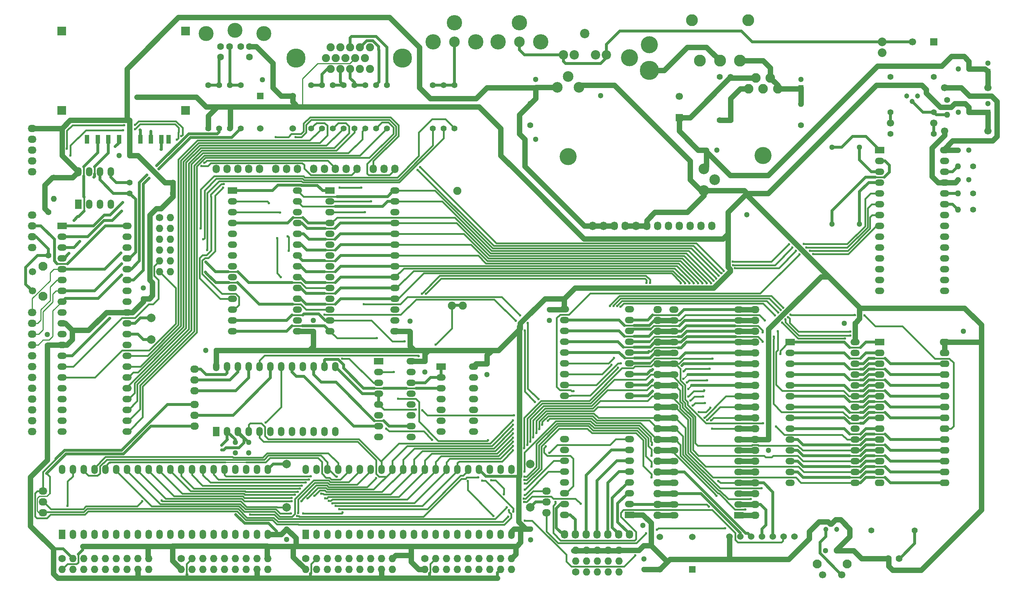
<source format=gtl>
G04 #@! TF.FileFunction,Copper,L1,Top,Signal*
%FSLAX46Y46*%
G04 Gerber Fmt 4.6, Leading zero omitted, Abs format (unit mm)*
G04 Created by KiCad (PCBNEW 4.0.2-stable) date 5/26/2016 8:00:27 AM*
%MOMM*%
G01*
G04 APERTURE LIST*
%ADD10C,0.100000*%
%ADD11C,1.998980*%
%ADD12R,2.199640X1.501140*%
%ADD13O,2.199640X1.501140*%
%ADD14C,1.200760*%
%ADD15C,0.700000*%
%ADD16C,1.700000*%
%ADD17R,1.700000X1.700000*%
%ADD18R,1.524000X1.524000*%
%ADD19C,1.524000*%
%ADD20C,4.500000*%
%ADD21C,4.000000*%
%ADD22R,1.300000X1.300000*%
%ADD23C,1.300000*%
%ADD24O,1.300000X1.300000*%
%ADD25O,1.400000X1.400000*%
%ADD26C,1.400000*%
%ADD27R,2.000000X2.000000*%
%ADD28R,1.100000X2.000000*%
%ADD29C,2.200000*%
%ADD30C,3.600000*%
%ADD31C,2.500000*%
%ADD32O,1.727200X1.727200*%
%ADD33C,1.727200*%
%ADD34O,1.727200X2.032000*%
%ADD35O,2.032000X1.727200*%
%ADD36C,1.600000*%
%ADD37C,3.500000*%
%ADD38O,2.032000X2.032000*%
%ADD39C,2.499360*%
%ADD40C,2.250440*%
%ADD41C,4.000500*%
%ADD42R,1.501140X2.199640*%
%ADD43O,1.501140X2.199640*%
%ADD44R,2.300000X1.600000*%
%ADD45O,2.300000X1.600000*%
%ADD46C,2.100000*%
%ADD47C,2.800000*%
%ADD48C,1.900000*%
%ADD49C,0.600000*%
%ADD50C,0.635000*%
%ADD51C,0.381000*%
%ADD52C,1.270000*%
%ADD53C,0.254000*%
%ADD54C,0.762000*%
G04 APERTURE END LIST*
D10*
D11*
X80010000Y-132080000D03*
X80010000Y-121920000D03*
X137160000Y-132080000D03*
X137160000Y-121920000D03*
X48260000Y-92710000D03*
X48260000Y-87630000D03*
D12*
X186055000Y-133985000D03*
D13*
X186055000Y-131445000D03*
X186055000Y-128905000D03*
X186055000Y-126365000D03*
X186055000Y-123825000D03*
X186055000Y-121285000D03*
X186055000Y-118745000D03*
X186055000Y-116205000D03*
X186055000Y-113665000D03*
X186055000Y-111125000D03*
X186055000Y-108585000D03*
X186055000Y-106045000D03*
X186055000Y-103505000D03*
X186055000Y-100965000D03*
X186055000Y-98425000D03*
X186055000Y-95885000D03*
X186055000Y-93345000D03*
X186055000Y-90805000D03*
X186055000Y-88265000D03*
X186055000Y-85725000D03*
X170815000Y-85725000D03*
X170815000Y-88265000D03*
X170815000Y-90805000D03*
X170815000Y-93345000D03*
X170815000Y-95885000D03*
X170815000Y-98425000D03*
X170815000Y-100965000D03*
X170815000Y-103505000D03*
X170815000Y-106045000D03*
X170815000Y-108585000D03*
X170815000Y-111125000D03*
X170815000Y-113665000D03*
X170815000Y-116205000D03*
X170815000Y-118745000D03*
X170815000Y-121285000D03*
X170815000Y-123825000D03*
X170815000Y-126365000D03*
X170815000Y-128905000D03*
X170815000Y-131445000D03*
X170815000Y-133985000D03*
D14*
X226695000Y-36830000D03*
X225425000Y-35560000D03*
X227965000Y-35560000D03*
X207772000Y-136017000D03*
X209042000Y-137287000D03*
X206502000Y-137287000D03*
D15*
X64725000Y-117560000D03*
X64725000Y-118660000D03*
D16*
X226775000Y-22860000D03*
D17*
X231775000Y-22860000D03*
D18*
X175175400Y-146675000D03*
D19*
X175175400Y-139055000D03*
X167555400Y-146675000D03*
X167555400Y-139055000D03*
D12*
X67310000Y-57785000D03*
D13*
X67310000Y-60325000D03*
X67310000Y-62865000D03*
X67310000Y-65405000D03*
X67310000Y-67945000D03*
X67310000Y-70485000D03*
X67310000Y-73025000D03*
X67310000Y-75565000D03*
X67310000Y-78105000D03*
X67310000Y-80645000D03*
X67310000Y-83185000D03*
X67310000Y-85725000D03*
X67310000Y-88265000D03*
X67310000Y-90805000D03*
X82550000Y-90805000D03*
X82550000Y-88265000D03*
X82550000Y-85725000D03*
X82550000Y-83185000D03*
X82550000Y-80645000D03*
X82550000Y-78105000D03*
X82550000Y-75565000D03*
X82550000Y-73025000D03*
X82550000Y-70485000D03*
X82550000Y-67945000D03*
X82550000Y-65405000D03*
X82550000Y-62865000D03*
X82550000Y-60325000D03*
X82550000Y-57785000D03*
D12*
X90170000Y-57785000D03*
D13*
X90170000Y-60325000D03*
X90170000Y-62865000D03*
X90170000Y-65405000D03*
X90170000Y-67945000D03*
X90170000Y-70485000D03*
X90170000Y-73025000D03*
X90170000Y-75565000D03*
X90170000Y-78105000D03*
X90170000Y-80645000D03*
X90170000Y-83185000D03*
X90170000Y-85725000D03*
X90170000Y-88265000D03*
X90170000Y-90805000D03*
X105410000Y-90805000D03*
X105410000Y-88265000D03*
X105410000Y-85725000D03*
X105410000Y-83185000D03*
X105410000Y-80645000D03*
X105410000Y-78105000D03*
X105410000Y-75565000D03*
X105410000Y-73025000D03*
X105410000Y-70485000D03*
X105410000Y-67945000D03*
X105410000Y-65405000D03*
X105410000Y-62865000D03*
X105410000Y-60325000D03*
X105410000Y-57785000D03*
D20*
X165100000Y-29591000D03*
D21*
X165100000Y-23591000D03*
X160400000Y-26591000D03*
D22*
X187960000Y-58420000D03*
D23*
X187960000Y-63420000D03*
D24*
X153670000Y-33020000D03*
D23*
X153670000Y-35520000D03*
D25*
X200660000Y-37465000D03*
D26*
X200660000Y-42465000D03*
D22*
X200660000Y-33655000D03*
D23*
X200660000Y-31655000D03*
D16*
X172085000Y-35640000D03*
D17*
X172085000Y-40640000D03*
D24*
X178435000Y-48260000D03*
D23*
X180935000Y-48260000D03*
D22*
X138430000Y-33655000D03*
D23*
X138430000Y-31655000D03*
D24*
X135890000Y-45720000D03*
D23*
X138390000Y-45720000D03*
D25*
X137160000Y-37465000D03*
D26*
X137160000Y-42465000D03*
D24*
X141630400Y-88214200D03*
D23*
X141630400Y-85714200D03*
D24*
X163576000Y-133858000D03*
D23*
X163576000Y-136358000D03*
D24*
X193040000Y-116205000D03*
D23*
X193040000Y-118705000D03*
D24*
X208915000Y-142240000D03*
D23*
X206415000Y-142240000D03*
D24*
X163830000Y-146685000D03*
D23*
X163830000Y-144185000D03*
D24*
X210820000Y-88900000D03*
D23*
X213320000Y-88900000D03*
D24*
X238760000Y-90805000D03*
D23*
X238760000Y-93305000D03*
D24*
X137185400Y-137185400D03*
D23*
X137185400Y-139685400D03*
D24*
X86233000Y-88265000D03*
D23*
X86233000Y-90765000D03*
D24*
X80010000Y-137160000D03*
D23*
X80010000Y-139660000D03*
D24*
X74295000Y-31750000D03*
D23*
X76795000Y-31750000D03*
D24*
X108966000Y-88392000D03*
D23*
X108966000Y-90892000D03*
D24*
X112395000Y-100330000D03*
D23*
X112395000Y-97830000D03*
X207899000Y-47625000D03*
X207899000Y-65625000D03*
X214376000Y-47625000D03*
X214376000Y-65625000D03*
D24*
X237490000Y-55245000D03*
D23*
X239990000Y-55245000D03*
D24*
X237490000Y-48260000D03*
D23*
X239990000Y-48260000D03*
D24*
X240030000Y-39370000D03*
D23*
X237530000Y-39370000D03*
D24*
X240030000Y-29210000D03*
D23*
X237530000Y-29210000D03*
D22*
X244475000Y-39370000D03*
D23*
X244475000Y-37370000D03*
D22*
X244475000Y-29845000D03*
D23*
X244475000Y-27845000D03*
D24*
X63500000Y-95250000D03*
D23*
X61000000Y-95250000D03*
D24*
X127000000Y-98425000D03*
D23*
X127000000Y-100925000D03*
D24*
X43180000Y-49530000D03*
D23*
X40680000Y-49530000D03*
D24*
X23876000Y-91567000D03*
D23*
X23876000Y-94067000D03*
D24*
X46355000Y-80645000D03*
D23*
X46355000Y-83145000D03*
D25*
X25400000Y-59690000D03*
D26*
X25400000Y-54690000D03*
D27*
X56255000Y-20320000D03*
X56255000Y-38970000D03*
X27255000Y-20320000D03*
X27255000Y-38970000D03*
D28*
X50605000Y-45720000D03*
X52305000Y-45720000D03*
X48180000Y-45720000D03*
X45680000Y-45720000D03*
X43180000Y-45720000D03*
X40680000Y-45720000D03*
X38180000Y-45720000D03*
X35680000Y-45720000D03*
X33180000Y-45720000D03*
D16*
X221615000Y-41910000D03*
X231775000Y-41910000D03*
X244475000Y-43815000D03*
X234315000Y-43815000D03*
X244475000Y-33655000D03*
X234315000Y-33655000D03*
D29*
X149960000Y-20935000D03*
X144960000Y-25935000D03*
X154960000Y-25935000D03*
X147460000Y-25935000D03*
X152460000Y-25935000D03*
D30*
X134620000Y-18360000D03*
D31*
X134620000Y-22860000D03*
D30*
X129620000Y-22860000D03*
X139620000Y-22860000D03*
X119380000Y-18360000D03*
D31*
X119380000Y-22860000D03*
D30*
X114380000Y-22860000D03*
X124380000Y-22860000D03*
D32*
X157962600Y-142189200D03*
X155422600Y-142189200D03*
X152882600Y-142189200D03*
X150342600Y-142189200D03*
X147802600Y-142189200D03*
D33*
X147802600Y-147269200D03*
D32*
X147802600Y-144729200D03*
X150342600Y-147269200D03*
X150342600Y-144729200D03*
X152882600Y-147269200D03*
X152882600Y-144729200D03*
X155422600Y-147269200D03*
X155422600Y-144729200D03*
X157962600Y-147269200D03*
X157962600Y-144729200D03*
D34*
X82550000Y-52705000D03*
X80010000Y-52705000D03*
X77470000Y-52705000D03*
D35*
X140970000Y-133350000D03*
X140970000Y-130810000D03*
X140970000Y-128270000D03*
D34*
X105410000Y-52705000D03*
X102870000Y-52705000D03*
X100330000Y-52705000D03*
D35*
X22860000Y-133350000D03*
X22860000Y-130810000D03*
X22860000Y-128270000D03*
X58420000Y-113030000D03*
X58420000Y-110490000D03*
X58420000Y-107950000D03*
D36*
X71295000Y-26455000D03*
X64495000Y-26455000D03*
X71295000Y-23955000D03*
X64495000Y-23955000D03*
X66595000Y-23955000D03*
X69195000Y-23955000D03*
D37*
X67895000Y-20155000D03*
X61145000Y-20955000D03*
X74645000Y-20955000D03*
D35*
X189865000Y-85725000D03*
X189865000Y-88265000D03*
X189865000Y-90805000D03*
X189865000Y-93345000D03*
X189865000Y-95885000D03*
X189865000Y-98425000D03*
X189865000Y-100965000D03*
X189865000Y-103505000D03*
X189865000Y-106045000D03*
X189865000Y-108585000D03*
X189865000Y-111125000D03*
X189865000Y-113665000D03*
X189865000Y-116205000D03*
X189865000Y-118745000D03*
X189865000Y-121285000D03*
X189865000Y-123825000D03*
X189865000Y-126365000D03*
X189865000Y-128905000D03*
X189865000Y-131445000D03*
X189865000Y-133985000D03*
X167005000Y-133985000D03*
X167005000Y-131445000D03*
X167005000Y-128905000D03*
X167005000Y-126365000D03*
X167005000Y-123825000D03*
X167005000Y-121285000D03*
X167005000Y-118745000D03*
X167005000Y-116205000D03*
X167005000Y-113665000D03*
X167005000Y-111125000D03*
X167005000Y-108585000D03*
X167005000Y-106045000D03*
X167005000Y-103505000D03*
X167005000Y-100965000D03*
X167005000Y-98425000D03*
X167005000Y-95885000D03*
X167005000Y-93345000D03*
X167005000Y-90805000D03*
X167005000Y-88265000D03*
X167005000Y-85725000D03*
D34*
X73660000Y-52705000D03*
X71120000Y-52705000D03*
X68580000Y-52705000D03*
X66040000Y-52705000D03*
X63500000Y-52705000D03*
D33*
X84455000Y-144145000D03*
D32*
X84455000Y-146685000D03*
X86995000Y-144145000D03*
X86995000Y-146685000D03*
X89535000Y-144145000D03*
X89535000Y-146685000D03*
X92075000Y-144145000D03*
X92075000Y-146685000D03*
X94615000Y-144145000D03*
X94615000Y-146685000D03*
X97155000Y-144145000D03*
X97155000Y-146685000D03*
X99695000Y-144145000D03*
X99695000Y-146685000D03*
X102235000Y-144145000D03*
X102235000Y-146685000D03*
X104775000Y-144145000D03*
X104775000Y-146685000D03*
D34*
X96520000Y-52705000D03*
X93980000Y-52705000D03*
X91440000Y-52705000D03*
X88900000Y-52705000D03*
X86360000Y-52705000D03*
D33*
X112395000Y-144145000D03*
D32*
X112395000Y-146685000D03*
X114935000Y-144145000D03*
X114935000Y-146685000D03*
X117475000Y-144145000D03*
X117475000Y-146685000D03*
X120015000Y-144145000D03*
X120015000Y-146685000D03*
X122555000Y-144145000D03*
X122555000Y-146685000D03*
X125095000Y-144145000D03*
X125095000Y-146685000D03*
X127635000Y-144145000D03*
X127635000Y-146685000D03*
X130175000Y-144145000D03*
X130175000Y-146685000D03*
X132715000Y-144145000D03*
X132715000Y-146685000D03*
D33*
X55245000Y-144145000D03*
D32*
X55245000Y-146685000D03*
X57785000Y-144145000D03*
X57785000Y-146685000D03*
X60325000Y-144145000D03*
X60325000Y-146685000D03*
X62865000Y-144145000D03*
X62865000Y-146685000D03*
X65405000Y-144145000D03*
X65405000Y-146685000D03*
X67945000Y-144145000D03*
X67945000Y-146685000D03*
X70485000Y-144145000D03*
X70485000Y-146685000D03*
X73025000Y-144145000D03*
X73025000Y-146685000D03*
X75565000Y-144145000D03*
X75565000Y-146685000D03*
D33*
X27305000Y-144145000D03*
D32*
X27305000Y-146685000D03*
X29845000Y-144145000D03*
X29845000Y-146685000D03*
X32385000Y-144145000D03*
X32385000Y-146685000D03*
X34925000Y-144145000D03*
X34925000Y-146685000D03*
X37465000Y-144145000D03*
X37465000Y-146685000D03*
X40005000Y-144145000D03*
X40005000Y-146685000D03*
X42545000Y-144145000D03*
X42545000Y-146685000D03*
X45085000Y-144145000D03*
X45085000Y-146685000D03*
X47625000Y-144145000D03*
X47625000Y-146685000D03*
D35*
X58420000Y-99695000D03*
X58420000Y-102235000D03*
X58420000Y-104775000D03*
D38*
X219710000Y-25400000D03*
X219710000Y-22860000D03*
D35*
X20320000Y-114300000D03*
X20320000Y-111760000D03*
X20320000Y-109220000D03*
X20320000Y-106680000D03*
X20320000Y-104140000D03*
X20320000Y-101600000D03*
X20320000Y-99060000D03*
X20320000Y-96520000D03*
X20320000Y-93980000D03*
X20320000Y-91440000D03*
X20320000Y-88900000D03*
X20320000Y-86360000D03*
X20320000Y-71120000D03*
X20320000Y-68580000D03*
X20320000Y-66040000D03*
X20320000Y-63500000D03*
D26*
X227330000Y-137541000D03*
X217170000Y-137541000D03*
X184150000Y-31115000D03*
X184150000Y-41275000D03*
X181610000Y-41275000D03*
X181610000Y-31115000D03*
X221615000Y-44450000D03*
X231775000Y-44450000D03*
X231775000Y-39370000D03*
X221615000Y-39370000D03*
X231775000Y-31115000D03*
X221615000Y-31115000D03*
X119380000Y-43180000D03*
X119380000Y-33020000D03*
X114300000Y-43180000D03*
X114300000Y-33020000D03*
X116840000Y-43180000D03*
X116840000Y-33020000D03*
X24130000Y-62865000D03*
X24130000Y-73025000D03*
X103505000Y-43180000D03*
X103505000Y-33020000D03*
X100965000Y-43180000D03*
X100965000Y-33020000D03*
X64135000Y-33020000D03*
X64135000Y-43180000D03*
X69215000Y-33020000D03*
X69215000Y-43180000D03*
X93345000Y-33020000D03*
X93345000Y-43180000D03*
X90805000Y-33020000D03*
X90805000Y-43180000D03*
X88265000Y-33020000D03*
X88265000Y-43180000D03*
X85725000Y-33020000D03*
X85725000Y-43180000D03*
X95885000Y-33020000D03*
X95885000Y-43180000D03*
X98425000Y-33020000D03*
X98425000Y-43180000D03*
X53340000Y-58420000D03*
X43180000Y-58420000D03*
X61595000Y-33020000D03*
X61595000Y-43180000D03*
X53340000Y-55880000D03*
X43180000Y-55880000D03*
X66675000Y-43180000D03*
X66675000Y-33020000D03*
D39*
X177876200Y-52705000D03*
X177876200Y-57785000D03*
X180416200Y-55245000D03*
D40*
X188366400Y-33909000D03*
X195173600Y-33909000D03*
D41*
X191770000Y-49563020D03*
D40*
X190068200Y-31369000D03*
X191770000Y-33909000D03*
X193471800Y-31369000D03*
D39*
X143510000Y-33578800D03*
X148590000Y-33578800D03*
D41*
X146050000Y-49834800D03*
D39*
X146050000Y-31038800D03*
D12*
X198120000Y-93345000D03*
D13*
X198120000Y-95885000D03*
X198120000Y-98425000D03*
X198120000Y-100965000D03*
X198120000Y-103505000D03*
X198120000Y-106045000D03*
X198120000Y-108585000D03*
X198120000Y-111125000D03*
X198120000Y-113665000D03*
X198120000Y-116205000D03*
X198120000Y-118745000D03*
X198120000Y-121285000D03*
X198120000Y-123825000D03*
X198120000Y-126365000D03*
X213360000Y-126365000D03*
X213360000Y-123825000D03*
X213360000Y-121285000D03*
X213360000Y-118745000D03*
X213360000Y-116205000D03*
X213360000Y-113665000D03*
X213360000Y-111125000D03*
X213360000Y-108585000D03*
X213360000Y-106045000D03*
X213360000Y-103505000D03*
X213360000Y-100965000D03*
X213360000Y-98425000D03*
X213360000Y-95885000D03*
X213360000Y-93345000D03*
D42*
X84455000Y-138430000D03*
D43*
X86995000Y-138430000D03*
X89535000Y-138430000D03*
X92075000Y-138430000D03*
X94615000Y-138430000D03*
X97155000Y-138430000D03*
X99695000Y-138430000D03*
X102235000Y-138430000D03*
X104775000Y-138430000D03*
X107315000Y-138430000D03*
X109855000Y-138430000D03*
X112395000Y-138430000D03*
X114935000Y-138430000D03*
X117475000Y-138430000D03*
X120015000Y-138430000D03*
X122555000Y-138430000D03*
X125095000Y-138430000D03*
X127635000Y-138430000D03*
X130175000Y-138430000D03*
X132715000Y-138430000D03*
X132715000Y-123190000D03*
X130175000Y-123190000D03*
X127635000Y-123190000D03*
X125095000Y-123190000D03*
X122555000Y-123190000D03*
X120015000Y-123190000D03*
X117475000Y-123190000D03*
X114935000Y-123190000D03*
X112395000Y-123190000D03*
X109855000Y-123190000D03*
X107315000Y-123190000D03*
X104775000Y-123190000D03*
X102235000Y-123190000D03*
X99695000Y-123190000D03*
X97155000Y-123190000D03*
X94615000Y-123190000D03*
X92075000Y-123190000D03*
X89535000Y-123190000D03*
X86995000Y-123190000D03*
X84455000Y-123190000D03*
D42*
X27305000Y-138430000D03*
D43*
X29845000Y-138430000D03*
X32385000Y-138430000D03*
X34925000Y-138430000D03*
X37465000Y-138430000D03*
X40005000Y-138430000D03*
X42545000Y-138430000D03*
X45085000Y-138430000D03*
X47625000Y-138430000D03*
X50165000Y-138430000D03*
X52705000Y-138430000D03*
X55245000Y-138430000D03*
X57785000Y-138430000D03*
X60325000Y-138430000D03*
X62865000Y-138430000D03*
X65405000Y-138430000D03*
X67945000Y-138430000D03*
X70485000Y-138430000D03*
X73025000Y-138430000D03*
X75565000Y-138430000D03*
X75565000Y-123190000D03*
X73025000Y-123190000D03*
X70485000Y-123190000D03*
X67945000Y-123190000D03*
X65405000Y-123190000D03*
X62865000Y-123190000D03*
X60325000Y-123190000D03*
X57785000Y-123190000D03*
X55245000Y-123190000D03*
X52705000Y-123190000D03*
X50165000Y-123190000D03*
X47625000Y-123190000D03*
X45085000Y-123190000D03*
X42545000Y-123190000D03*
X40005000Y-123190000D03*
X37465000Y-123190000D03*
X34925000Y-123190000D03*
X32385000Y-123190000D03*
X29845000Y-123190000D03*
X27305000Y-123190000D03*
D12*
X219075000Y-48260000D03*
D13*
X219075000Y-50800000D03*
X219075000Y-53340000D03*
X219075000Y-55880000D03*
X219075000Y-58420000D03*
X219075000Y-60960000D03*
X219075000Y-63500000D03*
X219075000Y-66040000D03*
X219075000Y-68580000D03*
X219075000Y-71120000D03*
X219075000Y-73660000D03*
X219075000Y-76200000D03*
X219075000Y-78740000D03*
X219075000Y-81280000D03*
X234315000Y-81280000D03*
X234315000Y-78740000D03*
X234315000Y-76200000D03*
X234315000Y-73660000D03*
X234315000Y-71120000D03*
X234315000Y-68580000D03*
X234315000Y-66040000D03*
X234315000Y-63500000D03*
X234315000Y-60960000D03*
X234315000Y-58420000D03*
X234315000Y-55880000D03*
X234315000Y-53340000D03*
X234315000Y-50800000D03*
X234315000Y-48260000D03*
D12*
X101600000Y-97790000D03*
D13*
X101600000Y-100330000D03*
X101600000Y-102870000D03*
X101600000Y-105410000D03*
X101600000Y-107950000D03*
X101600000Y-110490000D03*
X101600000Y-113030000D03*
X101600000Y-115570000D03*
X109220000Y-115570000D03*
X109220000Y-113030000D03*
X109220000Y-110490000D03*
X109220000Y-107950000D03*
X109220000Y-105410000D03*
X109220000Y-102870000D03*
X109220000Y-100330000D03*
X109220000Y-97790000D03*
D42*
X63500000Y-114300000D03*
D43*
X66040000Y-114300000D03*
X68580000Y-114300000D03*
X71120000Y-114300000D03*
X73660000Y-114300000D03*
X76200000Y-114300000D03*
X78740000Y-114300000D03*
X81280000Y-114300000D03*
X83820000Y-114300000D03*
X86360000Y-114300000D03*
X88900000Y-114300000D03*
X91440000Y-114300000D03*
X91440000Y-99060000D03*
X88900000Y-99060000D03*
X86360000Y-99060000D03*
X83820000Y-99060000D03*
X81280000Y-99060000D03*
X78740000Y-99060000D03*
X76200000Y-99060000D03*
X73660000Y-99060000D03*
X71120000Y-99060000D03*
X68580000Y-99060000D03*
X66040000Y-99060000D03*
X63500000Y-99060000D03*
D12*
X116205000Y-99060000D03*
D13*
X116205000Y-101600000D03*
X116205000Y-104140000D03*
X116205000Y-106680000D03*
X116205000Y-109220000D03*
X116205000Y-111760000D03*
X116205000Y-114300000D03*
X123825000Y-114300000D03*
X123825000Y-111760000D03*
X123825000Y-109220000D03*
X123825000Y-106680000D03*
X123825000Y-104140000D03*
X123825000Y-101600000D03*
X123825000Y-99060000D03*
D12*
X27305000Y-66040000D03*
D13*
X27305000Y-68580000D03*
X27305000Y-71120000D03*
X27305000Y-73660000D03*
X27305000Y-76200000D03*
X27305000Y-78740000D03*
X27305000Y-81280000D03*
X27305000Y-83820000D03*
X27305000Y-86360000D03*
X27305000Y-88900000D03*
X27305000Y-91440000D03*
X27305000Y-93980000D03*
X27305000Y-96520000D03*
X27305000Y-99060000D03*
X27305000Y-101600000D03*
X27305000Y-104140000D03*
X27305000Y-106680000D03*
X27305000Y-109220000D03*
X27305000Y-111760000D03*
X27305000Y-114300000D03*
X42545000Y-114300000D03*
X42545000Y-111760000D03*
X42545000Y-109220000D03*
X42545000Y-106680000D03*
X42545000Y-104140000D03*
X42545000Y-101600000D03*
X42545000Y-99060000D03*
X42545000Y-96520000D03*
X42545000Y-93980000D03*
X42545000Y-91440000D03*
X42545000Y-88900000D03*
X42545000Y-86360000D03*
X42545000Y-83820000D03*
X42545000Y-81280000D03*
X42545000Y-78740000D03*
X42545000Y-76200000D03*
X42545000Y-73660000D03*
X42545000Y-71120000D03*
X42545000Y-68580000D03*
X42545000Y-66040000D03*
D42*
X31115000Y-60960000D03*
D43*
X33655000Y-60960000D03*
X36195000Y-60960000D03*
X38735000Y-60960000D03*
X38735000Y-53340000D03*
X36195000Y-53340000D03*
X33655000Y-53340000D03*
X31115000Y-53340000D03*
D44*
X219075000Y-93345000D03*
D45*
X219075000Y-95885000D03*
X219075000Y-98425000D03*
X219075000Y-100965000D03*
X219075000Y-103505000D03*
X219075000Y-106045000D03*
X219075000Y-108585000D03*
X219075000Y-111125000D03*
X219075000Y-113665000D03*
X219075000Y-116205000D03*
X219075000Y-118745000D03*
X219075000Y-121285000D03*
X219075000Y-123825000D03*
X219075000Y-126365000D03*
X234315000Y-126365000D03*
X234315000Y-123825000D03*
X234315000Y-121285000D03*
X234315000Y-118745000D03*
X234315000Y-116205000D03*
X234315000Y-113665000D03*
X234315000Y-111125000D03*
X234315000Y-108585000D03*
X234315000Y-106045000D03*
X234315000Y-103505000D03*
X234315000Y-100965000D03*
X234315000Y-98425000D03*
X234315000Y-95885000D03*
X234315000Y-93345000D03*
D16*
X210225000Y-147905000D03*
X205725000Y-147905000D03*
D46*
X211480000Y-145415000D03*
X204470000Y-145415000D03*
D36*
X221114620Y-144145000D03*
X223654620Y-144145000D03*
D33*
X50165000Y-64135000D03*
D32*
X52705000Y-64135000D03*
X50165000Y-66675000D03*
X52705000Y-66675000D03*
X50165000Y-69215000D03*
X52705000Y-69215000D03*
X50165000Y-71755000D03*
X52705000Y-71755000D03*
X50165000Y-74295000D03*
X52705000Y-74295000D03*
X50165000Y-76835000D03*
X52705000Y-76835000D03*
D16*
X20370000Y-81320000D03*
X20370000Y-76820000D03*
D46*
X22860000Y-82575000D03*
X22860000Y-75565000D03*
D35*
X20320000Y-43180000D03*
X20320000Y-45720000D03*
X20320000Y-48260000D03*
X20320000Y-50800000D03*
X20320000Y-53340000D03*
D25*
X237490000Y-52070000D03*
D26*
X240990000Y-52070000D03*
D25*
X237490000Y-58420000D03*
D26*
X240990000Y-58420000D03*
D25*
X237490000Y-62230000D03*
D26*
X240990000Y-62230000D03*
D25*
X234950000Y-40005000D03*
D26*
X234950000Y-36505000D03*
D19*
X196596000Y-138938000D03*
X199136000Y-138938000D03*
X194056000Y-138938000D03*
X191516000Y-138938000D03*
X188976000Y-138938000D03*
X186436000Y-138938000D03*
X183896000Y-138938000D03*
D24*
X67945000Y-116840000D03*
D23*
X67945000Y-119340000D03*
D24*
X71120000Y-116840000D03*
D23*
X71120000Y-119340000D03*
D47*
X175045000Y-17775000D03*
X188255000Y-17775000D03*
X176950000Y-27305000D03*
X181650000Y-27305000D03*
X186350000Y-27305000D03*
D34*
X151765000Y-66040000D03*
X154305000Y-66040000D03*
X156845000Y-66040000D03*
X159385000Y-66040000D03*
X161925000Y-66040000D03*
X164465000Y-66040000D03*
X167005000Y-66040000D03*
X169545000Y-66040000D03*
X172085000Y-66040000D03*
X174625000Y-66040000D03*
X177165000Y-66040000D03*
X179705000Y-66040000D03*
D48*
X99500000Y-29210000D03*
X97210000Y-29210000D03*
X94920000Y-29210000D03*
X92630000Y-29210000D03*
X90340000Y-29210000D03*
X99500000Y-24130000D03*
X97210000Y-24130000D03*
X94920000Y-24130000D03*
X92630000Y-24130000D03*
X90340000Y-24130000D03*
X98360000Y-26670000D03*
X96070000Y-26670000D03*
X93780000Y-26670000D03*
X91490000Y-26670000D03*
X89200000Y-26670000D03*
D20*
X82160000Y-26670000D03*
X107150000Y-26670000D03*
D34*
X145161000Y-138455400D03*
X147701000Y-138455400D03*
X150241000Y-138455400D03*
X152781000Y-138455400D03*
X155321000Y-138455400D03*
X157861000Y-138455400D03*
X160401000Y-138455400D03*
D12*
X160401000Y-133858000D03*
D13*
X160401000Y-131318000D03*
X160401000Y-128778000D03*
X160401000Y-126238000D03*
X160401000Y-123698000D03*
X160401000Y-121158000D03*
X160401000Y-118618000D03*
X160401000Y-116078000D03*
X160401000Y-105918000D03*
X160401000Y-103378000D03*
X160401000Y-100838000D03*
X160401000Y-98298000D03*
X160401000Y-95758000D03*
X160401000Y-93218000D03*
X160401000Y-90678000D03*
X160401000Y-88138000D03*
X160401000Y-85598000D03*
X145161000Y-85598000D03*
X145161000Y-88138000D03*
X145161000Y-90678000D03*
X145161000Y-93218000D03*
X145161000Y-95758000D03*
X145161000Y-98298000D03*
X145161000Y-100838000D03*
X145161000Y-103378000D03*
X145161000Y-105918000D03*
X145161000Y-116078000D03*
X145161000Y-118618000D03*
X145161000Y-121158000D03*
X145161000Y-123698000D03*
X145161000Y-126238000D03*
X145161000Y-128778000D03*
X145161000Y-131318000D03*
X145161000Y-133858000D03*
D18*
X73770000Y-35544600D03*
D19*
X73770000Y-43164600D03*
X81390000Y-35544600D03*
X81390000Y-43164600D03*
D48*
X120040400Y-57845400D03*
X118790400Y-84745400D03*
X121290400Y-84745400D03*
D49*
X39776400Y-47472600D03*
X48183800Y-43916600D03*
X110998000Y-96596200D03*
X114960400Y-93954600D03*
X68072000Y-133756400D03*
X99822000Y-60299600D03*
X78663800Y-78105000D03*
X77749400Y-68935600D03*
X75844400Y-60706000D03*
X44831000Y-35814000D03*
X50546000Y-48133000D03*
X41529000Y-60579000D03*
X45593000Y-43561000D03*
X41275000Y-62611000D03*
X34798000Y-54610000D03*
X31496000Y-69723000D03*
X28956000Y-72517000D03*
X30099000Y-64770000D03*
X46126400Y-130657600D03*
X50673000Y-130530600D03*
X161798000Y-143383000D03*
X135890000Y-135229600D03*
X128524000Y-134137400D03*
X122453400Y-125933200D03*
X180139212Y-78914440D03*
X201269600Y-70332600D03*
X197815200Y-70358000D03*
X184658000Y-74447400D03*
X80976703Y-133577069D03*
X82731724Y-133424734D03*
X75031600Y-112242600D03*
X110744000Y-52908200D03*
X181965600Y-77190600D03*
X181254400Y-125882400D03*
X164345980Y-138181671D03*
X166876795Y-137332051D03*
X182854600Y-137007600D03*
X82067400Y-45212000D03*
X131927600Y-134264400D03*
X182549802Y-76606400D03*
X143078200Y-130860800D03*
X77470000Y-45237400D03*
X135567234Y-130067661D03*
X132149433Y-132773046D03*
X111302800Y-52273200D03*
X41148000Y-72390000D03*
X41275000Y-74930000D03*
X59817000Y-66675000D03*
X41275000Y-77597000D03*
X60452000Y-69215000D03*
X60909200Y-76936600D03*
X92430600Y-57103920D03*
X97510600Y-57103920D03*
X28448000Y-47929800D03*
X41910000Y-42418000D03*
X44450000Y-42341800D03*
X55270400Y-45008800D03*
X60706000Y-51282600D03*
X60985400Y-74523600D03*
X29260800Y-49555400D03*
X41605200Y-43586400D03*
X44399200Y-43408600D03*
X54254400Y-45821600D03*
X60020200Y-52044600D03*
X96520000Y-52705000D03*
X180771800Y-78384404D03*
X184691534Y-75267153D03*
X201930000Y-71145400D03*
X198628000Y-71145400D03*
X135883520Y-130802496D03*
X135837765Y-130820543D03*
X135729425Y-130851060D03*
X133121400Y-133121400D03*
X125907800Y-125806198D03*
X114122200Y-116281200D03*
X103327200Y-113614200D03*
X148945600Y-131292600D03*
X85623400Y-124841000D03*
X92379800Y-132486400D03*
X179044600Y-131927600D03*
X100983816Y-125242680D03*
X172466000Y-79484580D03*
X81127600Y-130683000D03*
X83413600Y-130657600D03*
X141249400Y-111760000D03*
X133096000Y-111734600D03*
X187579000Y-132588000D03*
X173482000Y-79484580D03*
X176688071Y-109747729D03*
X81127600Y-129870200D03*
X84886800Y-130022600D03*
X139954000Y-112725200D03*
X133096000Y-112725200D03*
X179349400Y-108737400D03*
X188849000Y-130175000D03*
X174498000Y-79484580D03*
X81965800Y-129133600D03*
X86512400Y-129387600D03*
X139242800Y-113715800D03*
X133096000Y-113715800D03*
X175234600Y-108204000D03*
X178104800Y-107594400D03*
X191389000Y-127635000D03*
X175513996Y-79484580D03*
X82626200Y-128422400D03*
X88087200Y-128879600D03*
X138531600Y-114681000D03*
X133096000Y-114706400D03*
X174701200Y-107061000D03*
X177698400Y-106146600D03*
X176530002Y-79484580D03*
X89004296Y-129946217D03*
X83108800Y-127711200D03*
X137820400Y-115697000D03*
X133096000Y-115722400D03*
X177977800Y-104673400D03*
X174193200Y-106095800D03*
X177546004Y-79484580D03*
X89916000Y-130609835D03*
X83515200Y-127000000D03*
X137134600Y-116687600D03*
X133096000Y-116713000D03*
X178612800Y-102285800D03*
X173888400Y-102768400D03*
X178562000Y-79484580D03*
X90754200Y-131190846D03*
X84505800Y-126288800D03*
X136423400Y-117449600D03*
X133096000Y-117703600D03*
X179222400Y-99618800D03*
X173075600Y-100177600D03*
X179578000Y-79484580D03*
X91469837Y-131771857D03*
X85191600Y-125577600D03*
X133096000Y-118694200D03*
X135712200Y-118186200D03*
X179908200Y-97256600D03*
X194818000Y-113157000D03*
X191770000Y-112395000D03*
X65074800Y-57048400D03*
X65241082Y-56265860D03*
X83870800Y-133553200D03*
X93141800Y-133273800D03*
X28625800Y-131749800D03*
X49530000Y-51943000D03*
X47244000Y-54102000D03*
X50038000Y-52705000D03*
X47752000Y-54864000D03*
X165866720Y-102235000D03*
X173063906Y-101992712D03*
X165866720Y-99720400D03*
X172669200Y-98856800D03*
X194307547Y-92081132D03*
X195182533Y-90744255D03*
X192151000Y-88265000D03*
X191643000Y-91059000D03*
X195783200Y-96139000D03*
X191643000Y-93268800D03*
X185135450Y-75970784D03*
X181356004Y-77774800D03*
X202742800Y-71907400D03*
X199466200Y-71932800D03*
X141579600Y-119303800D03*
X124968000Y-125095000D03*
X82412001Y-134158080D03*
X105156000Y-100355400D03*
X106121200Y-106629200D03*
X127228600Y-116332000D03*
X180797950Y-129388624D03*
X212217000Y-91795600D03*
X196951600Y-88011000D03*
X195275200Y-86385400D03*
X157505400Y-84861400D03*
X157734000Y-99314000D03*
X78460600Y-62915800D03*
X80264000Y-68478400D03*
X80467200Y-71932800D03*
X88849200Y-86918800D03*
X133756400Y-88366600D03*
X135839200Y-90627200D03*
X138252200Y-107416600D03*
X98374200Y-62839600D03*
X98069400Y-84429600D03*
X134797800Y-87071200D03*
X136575800Y-88849200D03*
X139065000Y-106730800D03*
X127965200Y-125755400D03*
X130987800Y-129032000D03*
X135864600Y-127914400D03*
X71408369Y-133834256D03*
X135864600Y-129235200D03*
X131648200Y-132130800D03*
X147294600Y-104800400D03*
X200253600Y-72720200D03*
X203504800Y-72644000D03*
X110312200Y-109169200D03*
X111810800Y-109321600D03*
X133350000Y-110540800D03*
X140766800Y-117754400D03*
X210997800Y-92506800D03*
X196215000Y-88747600D03*
X194564000Y-87096600D03*
X158318200Y-84988400D03*
X158419800Y-98323400D03*
X212217000Y-90906600D03*
X197586600Y-87503000D03*
X195859400Y-85826600D03*
X156692600Y-84886800D03*
X156768800Y-97028000D03*
X213233000Y-86969600D03*
X215544400Y-87071200D03*
X198170800Y-86868000D03*
X196469000Y-85242400D03*
X155854400Y-84861400D03*
X156210000Y-98628200D03*
X135737600Y-123723400D03*
X165658800Y-117475000D03*
X178028600Y-111074200D03*
X135763000Y-124891800D03*
X165557200Y-120015000D03*
X178638200Y-111633000D03*
X101117400Y-92430600D03*
X111709200Y-81965800D03*
X165201600Y-79451200D03*
X135813800Y-125704600D03*
X165582600Y-122555000D03*
X179578000Y-111683800D03*
X107670600Y-93167200D03*
X112674400Y-81991200D03*
X164388800Y-79476600D03*
X93040200Y-97180400D03*
X179806600Y-113665000D03*
X165557200Y-125069600D03*
X135839200Y-126517400D03*
X91744800Y-124891800D03*
X165866720Y-104800400D03*
X174244000Y-104343200D03*
X38481000Y-87757000D03*
X61341000Y-71755000D03*
D50*
X40680000Y-45720000D02*
X40680000Y-46569000D01*
X40680000Y-46569000D02*
X39776400Y-47472600D01*
X48180000Y-45720000D02*
X48180000Y-43920400D01*
X48180000Y-43920400D02*
X48183800Y-43916600D01*
X77976080Y-56516920D02*
X76708000Y-57785000D01*
X76708000Y-57785000D02*
X67310000Y-57785000D01*
X83473385Y-56565800D02*
X83424505Y-56516920D01*
X87215980Y-56565800D02*
X83473385Y-56565800D01*
X88435180Y-57785000D02*
X87215980Y-56565800D01*
X90170000Y-57785000D02*
X88435180Y-57785000D01*
X83424505Y-56516920D02*
X77976080Y-56516920D01*
D51*
X118765000Y-84720000D02*
X118765000Y-90150000D01*
X73660000Y-97637600D02*
X73660000Y-99060000D01*
X74828400Y-96469200D02*
X73660000Y-97637600D01*
X110871000Y-96469200D02*
X74828400Y-96469200D01*
X110998000Y-96596200D02*
X110871000Y-96469200D01*
X118765000Y-90150000D02*
X114960400Y-93954600D01*
X73660000Y-99060000D02*
X73660000Y-98145600D01*
D50*
X118765000Y-84720000D02*
X121265000Y-84720000D01*
D52*
X183515000Y-67564000D02*
X183515000Y-75728411D01*
X183515000Y-75728411D02*
X184034876Y-76248287D01*
X184034876Y-76248287D02*
X184034876Y-76746924D01*
X184034876Y-76746924D02*
X180162200Y-80619600D01*
X180162200Y-80619600D02*
X147624800Y-80619600D01*
X147624800Y-80619600D02*
X145110200Y-83134200D01*
X165481000Y-135763000D02*
X165481000Y-141046200D01*
X163576000Y-133858000D02*
X165481000Y-135763000D01*
X165481000Y-141046200D02*
X165519100Y-141084300D01*
X165519100Y-141084300D02*
X163690300Y-141084300D01*
X162585400Y-142189200D02*
X157962600Y-142189200D01*
X163690300Y-141084300D02*
X162585400Y-142189200D01*
X165519100Y-141084300D02*
X169319900Y-144885100D01*
X145110200Y-83134200D02*
X145110200Y-85547200D01*
X141630400Y-85714200D02*
X145044800Y-85714200D01*
X145044800Y-85714200D02*
X145161000Y-85598000D01*
D50*
X75768200Y-135813800D02*
X70129400Y-135813800D01*
X70129400Y-135813800D02*
X68072000Y-133756400D01*
X77622400Y-137668000D02*
X75768200Y-135813800D01*
D52*
X77622400Y-138430000D02*
X78740000Y-138430000D01*
X75565000Y-138430000D02*
X77622400Y-138430000D01*
D50*
X77622400Y-138430000D02*
X77622400Y-137668000D01*
D51*
X99822000Y-60299600D02*
X90195400Y-60299600D01*
X90195400Y-60299600D02*
X90170000Y-60325000D01*
X77749400Y-68935600D02*
X77749400Y-77190600D01*
X77749400Y-77190600D02*
X78663800Y-78105000D01*
X67310000Y-60325000D02*
X75463400Y-60325000D01*
X75463400Y-60325000D02*
X75844400Y-60706000D01*
D52*
X134432233Y-124935165D02*
X134432233Y-135448233D01*
X134577198Y-124790200D02*
X134432233Y-124935165D01*
X134432233Y-135448233D02*
X136144000Y-137160000D01*
D50*
X126712330Y-124807330D02*
X134560068Y-124807330D01*
X125095000Y-123190000D02*
X126712330Y-124807330D01*
X134560068Y-124807330D02*
X134577198Y-124790200D01*
D52*
X78740000Y-138430000D02*
X79360001Y-137809999D01*
X79360001Y-137809999D02*
X80010000Y-137160000D01*
X82169000Y-141224000D02*
X82169000Y-139319000D01*
X82169000Y-139319000D02*
X80010000Y-137160000D01*
X53242616Y-141194384D02*
X53213000Y-141224000D01*
X75408384Y-141194384D02*
X53242616Y-141194384D01*
X75438000Y-141224000D02*
X75408384Y-141194384D01*
X134577198Y-89704802D02*
X134577198Y-124790200D01*
X134747000Y-89535000D02*
X134577198Y-89704802D01*
X160401000Y-133858000D02*
X163576000Y-133858000D01*
X134747000Y-88950800D02*
X134747000Y-89535000D01*
X140563600Y-83134200D02*
X134747000Y-88950800D01*
X145110200Y-83134200D02*
X140563600Y-83134200D01*
X64262000Y-38100000D02*
X61087000Y-38100000D01*
X58801000Y-35814000D02*
X44831000Y-35814000D01*
X61087000Y-38100000D02*
X58801000Y-35814000D01*
X127000000Y-98425000D02*
X127000000Y-96393000D01*
X127000000Y-96393000D02*
X128143000Y-95250000D01*
X112395000Y-97830000D02*
X112395000Y-96139000D01*
X112395000Y-96139000D02*
X113284000Y-95250000D01*
X108966000Y-90892000D02*
X108966000Y-94234000D01*
X108966000Y-94234000D02*
X109982000Y-95250000D01*
X86233000Y-90765000D02*
X86233000Y-94361000D01*
X86233000Y-94361000D02*
X85344000Y-95250000D01*
X134747000Y-89535000D02*
X134747000Y-90170000D01*
X134747000Y-90170000D02*
X129667000Y-95250000D01*
X129667000Y-95250000D02*
X128143000Y-95250000D01*
X128143000Y-95250000D02*
X113284000Y-95250000D01*
X113284000Y-95250000D02*
X109982000Y-95250000D01*
X109982000Y-95250000D02*
X85344000Y-95250000D01*
X85344000Y-95250000D02*
X63500000Y-95250000D01*
X82550000Y-90805000D02*
X86193000Y-90805000D01*
X86193000Y-90805000D02*
X86233000Y-90765000D01*
X105410000Y-90805000D02*
X108879000Y-90805000D01*
X108879000Y-90805000D02*
X108966000Y-90892000D01*
X81534000Y-141224000D02*
X81534000Y-143764000D01*
X81534000Y-143764000D02*
X84455000Y-146685000D01*
X53213000Y-141224000D02*
X53213000Y-144653000D01*
X53213000Y-144653000D02*
X55245000Y-146685000D01*
D50*
X32131000Y-141224000D02*
X32131000Y-142113000D01*
D52*
X47498000Y-141224000D02*
X32131000Y-141224000D01*
D51*
X28575000Y-145415000D02*
X27305000Y-146685000D01*
X30607000Y-145415000D02*
X28575000Y-145415000D01*
X30734000Y-145415000D02*
X30607000Y-145415000D01*
X31115000Y-145034000D02*
X30734000Y-145415000D01*
X31115000Y-143129000D02*
X31115000Y-145034000D01*
D50*
X32131000Y-142113000D02*
X31115000Y-143129000D01*
D52*
X75438000Y-141224000D02*
X75438000Y-144018000D01*
X75438000Y-144018000D02*
X75565000Y-144145000D01*
X47498000Y-141224000D02*
X47498000Y-144018000D01*
X47498000Y-144018000D02*
X47625000Y-144145000D01*
X82169000Y-141224000D02*
X81534000Y-141224000D01*
X81534000Y-141224000D02*
X75438000Y-141224000D01*
X53213000Y-141224000D02*
X47498000Y-141224000D01*
X66802000Y-38100000D02*
X66802000Y-43053000D01*
X66802000Y-43053000D02*
X66675000Y-43180000D01*
X82550000Y-38100000D02*
X66802000Y-38100000D01*
X66802000Y-38100000D02*
X64262000Y-38100000D01*
X64262000Y-38100000D02*
X63754000Y-38100000D01*
X61595000Y-40259000D02*
X61595000Y-43180000D01*
X63754000Y-38100000D02*
X61595000Y-40259000D01*
X141645000Y-85725000D02*
X141605000Y-85685000D01*
X183896000Y-138938000D02*
X183896000Y-144272000D01*
X183896000Y-144272000D02*
X183896000Y-144018000D01*
X183896000Y-144018000D02*
X183896000Y-144272000D01*
X207772000Y-136017000D02*
X207518000Y-136017000D01*
X207518000Y-136017000D02*
X207010000Y-135509000D01*
X169933000Y-144272000D02*
X169319900Y-144885100D01*
X169319900Y-144885100D02*
X167530000Y-146675000D01*
X197739000Y-144272000D02*
X183896000Y-144272000D01*
X183896000Y-144272000D02*
X169933000Y-144272000D01*
X202565000Y-139446000D02*
X197739000Y-144272000D01*
X202565000Y-137795000D02*
X202565000Y-139446000D01*
X204851000Y-135509000D02*
X202565000Y-137795000D01*
X207010000Y-135509000D02*
X204851000Y-135509000D01*
D53*
X83693000Y-38100000D02*
X83693000Y-31496000D01*
X83693000Y-31496000D02*
X87241999Y-27947001D01*
X87241999Y-27947001D02*
X89713037Y-27947001D01*
X92017039Y-27932999D02*
X93153037Y-27932999D01*
X89713037Y-27947001D02*
X89727039Y-27932999D01*
X90952961Y-27932999D02*
X90966963Y-27947001D01*
X89727039Y-27932999D02*
X90952961Y-27932999D01*
X90966963Y-27947001D02*
X92003037Y-27947001D01*
X94293037Y-27947001D02*
X94307039Y-27932999D01*
X92003037Y-27947001D02*
X92017039Y-27932999D01*
X93167039Y-27947001D02*
X94293037Y-27947001D01*
X93153037Y-27932999D02*
X93167039Y-27947001D01*
X94307039Y-27932999D02*
X94807001Y-27932999D01*
X94807001Y-27932999D02*
X95120001Y-27619999D01*
X95120001Y-27619999D02*
X96070000Y-26670000D01*
D52*
X83693000Y-38100000D02*
X82550000Y-38100000D01*
X125095000Y-38100000D02*
X83693000Y-38100000D01*
X244475000Y-43815000D02*
X244475000Y-39370000D01*
X240030000Y-39370000D02*
X240030000Y-38227000D01*
X192913000Y-58420000D02*
X187960000Y-58420000D01*
X218313000Y-33020000D02*
X192913000Y-58420000D01*
X228981000Y-33020000D02*
X218313000Y-33020000D01*
X229997000Y-34036000D02*
X228981000Y-33020000D01*
X229997000Y-34925000D02*
X229997000Y-34036000D01*
X233299000Y-38227000D02*
X229997000Y-34925000D01*
X235839000Y-38227000D02*
X233299000Y-38227000D01*
X236728000Y-37338000D02*
X235839000Y-38227000D01*
X239141000Y-37338000D02*
X236728000Y-37338000D01*
X240030000Y-38227000D02*
X239141000Y-37338000D01*
X244475000Y-39370000D02*
X240030000Y-39370000D01*
X127000000Y-98425000D02*
X127000000Y-98044000D01*
X109220000Y-143383000D02*
X105537000Y-143383000D01*
X105537000Y-143383000D02*
X104775000Y-144145000D01*
X112395000Y-146685000D02*
X110998000Y-146685000D01*
X109220000Y-144907000D02*
X109220000Y-143383000D01*
X109220000Y-143383000D02*
X109220000Y-141224000D01*
X110998000Y-146685000D02*
X109220000Y-144907000D01*
X133731000Y-141224000D02*
X133731000Y-143129000D01*
X133731000Y-143129000D02*
X132715000Y-144145000D01*
X134874000Y-137160000D02*
X134874000Y-139319000D01*
X134874000Y-139319000D02*
X134874000Y-140335000D01*
X133985000Y-141224000D02*
X133731000Y-141224000D01*
X133731000Y-141224000D02*
X109220000Y-141224000D01*
X109220000Y-141224000D02*
X82169000Y-141224000D01*
X134874000Y-140335000D02*
X133985000Y-141224000D01*
X133794500Y-53149500D02*
X130175000Y-49530000D01*
X149860000Y-142240000D02*
X147320000Y-142240000D01*
X152400000Y-142240000D02*
X149860000Y-142240000D01*
X154940000Y-142240000D02*
X152400000Y-142240000D01*
X157480000Y-142240000D02*
X154940000Y-142240000D01*
X207137000Y-77978000D02*
X205359000Y-77978000D01*
X193040000Y-90297000D02*
X193040000Y-116205000D01*
X205359000Y-77978000D02*
X193040000Y-90297000D01*
X208915000Y-142240000D02*
X208915000Y-142113000D01*
X208915000Y-142113000D02*
X212090000Y-138938000D01*
X208788000Y-135001000D02*
X207772000Y-136017000D01*
X209931000Y-135001000D02*
X208788000Y-135001000D01*
X212090000Y-137160000D02*
X209931000Y-135001000D01*
X212090000Y-138938000D02*
X212090000Y-137160000D01*
X221190820Y-144119600D02*
X214858600Y-144119600D01*
X212979000Y-142240000D02*
X208915000Y-142240000D01*
X214858600Y-144119600D02*
X212979000Y-142240000D01*
X242951000Y-93345000D02*
X238800000Y-93345000D01*
X238800000Y-93345000D02*
X238760000Y-93305000D01*
X214376000Y-85217000D02*
X214376000Y-87844000D01*
X214376000Y-87844000D02*
X213320000Y-88900000D01*
X187960000Y-58420000D02*
X187960000Y-58801000D01*
X187960000Y-58801000D02*
X207137000Y-77978000D01*
X207137000Y-77978000D02*
X214376000Y-85217000D01*
X214376000Y-85217000D02*
X214503000Y-85344000D01*
X221190820Y-145879820D02*
X221190820Y-144119600D01*
X222123000Y-146812000D02*
X221190820Y-145879820D01*
X228854000Y-146812000D02*
X222123000Y-146812000D01*
X242951000Y-132715000D02*
X228854000Y-146812000D01*
X242951000Y-89281000D02*
X242951000Y-93345000D01*
X242951000Y-93345000D02*
X242951000Y-132715000D01*
X239014000Y-85344000D02*
X242951000Y-89281000D01*
X214503000Y-85344000D02*
X239014000Y-85344000D01*
X76795000Y-31750000D02*
X76795000Y-27900000D01*
X72850000Y-23955000D02*
X71295000Y-23955000D01*
X76795000Y-27900000D02*
X72850000Y-23955000D01*
X234315000Y-93345000D02*
X234315000Y-95885000D01*
X112395000Y-97830000D02*
X109260000Y-97830000D01*
X109260000Y-97830000D02*
X109220000Y-97790000D01*
X127000000Y-98425000D02*
X124460000Y-98425000D01*
X124460000Y-98425000D02*
X123825000Y-99060000D01*
X167530000Y-146675000D02*
X163840000Y-146675000D01*
X163840000Y-146675000D02*
X163830000Y-146685000D01*
X234315000Y-93345000D02*
X238720000Y-93345000D01*
X238720000Y-93345000D02*
X238760000Y-93305000D01*
X213360000Y-93345000D02*
X213360000Y-88940000D01*
X213360000Y-88940000D02*
X213320000Y-88900000D01*
X189865000Y-116205000D02*
X186055000Y-116205000D01*
X193040000Y-116205000D02*
X189865000Y-116205000D01*
X141645000Y-85725000D02*
X141605000Y-85685000D01*
X132715000Y-138430000D02*
X132715000Y-137795000D01*
X132715000Y-137795000D02*
X133350000Y-137160000D01*
X133350000Y-137160000D02*
X134874000Y-137160000D01*
X134874000Y-137160000D02*
X136144000Y-137160000D01*
X136144000Y-137160000D02*
X137160000Y-137160000D01*
X63500000Y-99060000D02*
X63500000Y-95250000D01*
X81390000Y-35570000D02*
X78750000Y-35570000D01*
X76795000Y-33615000D02*
X76795000Y-31750000D01*
X78750000Y-35570000D02*
X76795000Y-33615000D01*
X187960000Y-58420000D02*
X183515000Y-62865000D01*
X183515000Y-62865000D02*
X183515000Y-67564000D01*
X183515000Y-67564000D02*
X183515000Y-67945000D01*
X183515000Y-67945000D02*
X182372000Y-69088000D01*
X182372000Y-69088000D02*
X149733000Y-69088000D01*
X81390000Y-36940000D02*
X81390000Y-35570000D01*
X82550000Y-38100000D02*
X81390000Y-36940000D01*
X130175000Y-43180000D02*
X125095000Y-38100000D01*
X130175000Y-49530000D02*
X130175000Y-43180000D01*
X149733000Y-69088000D02*
X134556500Y-53911500D01*
X134556500Y-53911500D02*
X133794500Y-53149500D01*
X153670000Y-33020000D02*
X149148800Y-33020000D01*
X149148800Y-33020000D02*
X148590000Y-33578800D01*
X177876200Y-57785000D02*
X177165000Y-57785000D01*
X177165000Y-57785000D02*
X174625000Y-55245000D01*
X156845000Y-33020000D02*
X153670000Y-33020000D01*
X174625000Y-50800000D02*
X156845000Y-33020000D01*
X174625000Y-55245000D02*
X174625000Y-50800000D01*
X161925000Y-66040000D02*
X159385000Y-66040000D01*
X164465000Y-66040000D02*
X161925000Y-66040000D01*
X177876200Y-57785000D02*
X177876200Y-58978800D01*
X177876200Y-58978800D02*
X173990000Y-62865000D01*
X164465000Y-64770000D02*
X164465000Y-66040000D01*
X166370000Y-62865000D02*
X164465000Y-64770000D01*
X173990000Y-62865000D02*
X166370000Y-62865000D01*
X177876200Y-57785000D02*
X187325000Y-57785000D01*
X187325000Y-57785000D02*
X187960000Y-58420000D01*
X200660000Y-33655000D02*
X200660000Y-37465000D01*
X195173600Y-33909000D02*
X200406000Y-33909000D01*
X200406000Y-33909000D02*
X200660000Y-33655000D01*
X195173600Y-33909000D02*
X195173600Y-33070800D01*
X195173600Y-33070800D02*
X193471800Y-31369000D01*
X186350000Y-27305000D02*
X191770000Y-27305000D01*
X193471800Y-29006800D02*
X193471800Y-31369000D01*
X191770000Y-27305000D02*
X193471800Y-29006800D01*
X178435000Y-48260000D02*
X178435000Y-48641000D01*
X178435000Y-48641000D02*
X184023000Y-54229000D01*
X218567000Y-28575000D02*
X233680000Y-28575000D01*
X184023000Y-54229000D02*
X192913000Y-54229000D01*
X192913000Y-54229000D02*
X218567000Y-28575000D01*
X235966000Y-26289000D02*
X238887000Y-26289000D01*
X233680000Y-28575000D02*
X235966000Y-26289000D01*
X238887000Y-26289000D02*
X240030000Y-27432000D01*
X240030000Y-27432000D02*
X240030000Y-29210000D01*
X244475000Y-29845000D02*
X244475000Y-33655000D01*
X240030000Y-29210000D02*
X243840000Y-29210000D01*
X243840000Y-29210000D02*
X244475000Y-29845000D01*
X178435000Y-48260000D02*
X178435000Y-52146200D01*
X178435000Y-52146200D02*
X177876200Y-52705000D01*
X172085000Y-40640000D02*
X172085000Y-43815000D01*
X176530000Y-48260000D02*
X178435000Y-48260000D01*
X172085000Y-43815000D02*
X176530000Y-48260000D01*
X172085000Y-40640000D02*
X174625000Y-40640000D01*
X174625000Y-40640000D02*
X184150000Y-31115000D01*
X190068200Y-31369000D02*
X184404000Y-31369000D01*
X184404000Y-31369000D02*
X184150000Y-31115000D01*
X23876000Y-94067000D02*
X23876000Y-121031000D01*
X23876000Y-121031000D02*
X19888200Y-125018800D01*
X19888200Y-125018800D02*
X19888200Y-136474200D01*
X19888200Y-136474200D02*
X25273000Y-141859000D01*
X25400000Y-54690000D02*
X25066000Y-54690000D01*
X25066000Y-54690000D02*
X23241000Y-56515000D01*
X23241000Y-61976000D02*
X24130000Y-62865000D01*
X23241000Y-56515000D02*
X23241000Y-61976000D01*
X53340000Y-58420000D02*
X53340000Y-59182000D01*
X47792000Y-83145000D02*
X46355000Y-83145000D01*
X48514000Y-82423000D02*
X47792000Y-83145000D01*
X48514000Y-79375000D02*
X48514000Y-82423000D01*
X47879000Y-78740000D02*
X48514000Y-79375000D01*
X47879000Y-63500000D02*
X47879000Y-78740000D01*
X49403000Y-61976000D02*
X47879000Y-63500000D01*
X50546000Y-61976000D02*
X49403000Y-61976000D01*
X53340000Y-59182000D02*
X50546000Y-61976000D01*
X45085000Y-148717000D02*
X45085000Y-146685000D01*
D50*
X129413000Y-148717000D02*
X129413000Y-147447000D01*
D52*
X113538000Y-148717000D02*
X129413000Y-148717000D01*
D50*
X129413000Y-147447000D02*
X130175000Y-146685000D01*
D52*
X102235000Y-146685000D02*
X102235000Y-148717000D01*
X73025000Y-146685000D02*
X73025000Y-148590000D01*
X73025000Y-148590000D02*
X73152000Y-148717000D01*
D50*
X56642000Y-148717000D02*
X56642000Y-147828000D01*
D51*
X56515000Y-145415000D02*
X57785000Y-144145000D01*
X56515000Y-147701000D02*
X56515000Y-145415000D01*
X56642000Y-147828000D02*
X56515000Y-147701000D01*
D50*
X85598000Y-148717000D02*
X85598000Y-147701000D01*
D51*
X85725000Y-145415000D02*
X86995000Y-144145000D01*
X85725000Y-147574000D02*
X85725000Y-145415000D01*
X85598000Y-147701000D02*
X85725000Y-147574000D01*
D50*
X113538000Y-148717000D02*
X113538000Y-147574000D01*
D51*
X113665000Y-145415000D02*
X114935000Y-144145000D01*
X113665000Y-147447000D02*
X113665000Y-145415000D01*
X113538000Y-147574000D02*
X113665000Y-147447000D01*
D52*
X102235000Y-148717000D02*
X113538000Y-148717000D01*
D50*
X73152000Y-146812000D02*
X73025000Y-146685000D01*
X25273000Y-141859000D02*
X27559000Y-141859000D01*
X27559000Y-141859000D02*
X29845000Y-144145000D01*
D52*
X26289000Y-148717000D02*
X45085000Y-148717000D01*
X45085000Y-148717000D02*
X56642000Y-148717000D01*
X56642000Y-148717000D02*
X73152000Y-148717000D01*
X73152000Y-148717000D02*
X85598000Y-148717000D01*
X85598000Y-148717000D02*
X102235000Y-148717000D01*
X25273000Y-147701000D02*
X26289000Y-148717000D01*
X25273000Y-141859000D02*
X25273000Y-147701000D01*
X57912000Y-144018000D02*
X57785000Y-144145000D01*
X29718000Y-90551000D02*
X33528000Y-90551000D01*
X37719000Y-86360000D02*
X42545000Y-86360000D01*
X33528000Y-90551000D02*
X37719000Y-86360000D01*
X27305000Y-88900000D02*
X28067000Y-88900000D01*
X28067000Y-88900000D02*
X29718000Y-90551000D01*
X29718000Y-90551000D02*
X29718000Y-90551000D01*
X29718000Y-90551000D02*
X29718000Y-92710000D01*
X29718000Y-92710000D02*
X28448000Y-93980000D01*
X28448000Y-93980000D02*
X27305000Y-93980000D01*
X27305000Y-93980000D02*
X23963000Y-93980000D01*
X23963000Y-93980000D02*
X23876000Y-94067000D01*
X138430000Y-33655000D02*
X127000000Y-33655000D01*
X42545000Y-29210000D02*
X42545000Y-41275000D01*
X54610000Y-17145000D02*
X42545000Y-29210000D01*
X104140000Y-17145000D02*
X54610000Y-17145000D01*
X111125000Y-24130000D02*
X104140000Y-17145000D01*
X111125000Y-33655000D02*
X111125000Y-24130000D01*
X113665000Y-36195000D02*
X111125000Y-33655000D01*
X124460000Y-36195000D02*
X113665000Y-36195000D01*
X127000000Y-33655000D02*
X124460000Y-36195000D01*
D54*
X25400000Y-54690000D02*
X25320000Y-54690000D01*
D52*
X25400000Y-54690000D02*
X29765000Y-54690000D01*
X29765000Y-54690000D02*
X31115000Y-53340000D01*
X53340000Y-55880000D02*
X53340000Y-58420000D01*
X46355000Y-83145000D02*
X46355000Y-83820000D01*
X46355000Y-83820000D02*
X43815000Y-86360000D01*
X43815000Y-86360000D02*
X42545000Y-86360000D01*
X27305000Y-43180000D02*
X27305000Y-49530000D01*
X27305000Y-49530000D02*
X31115000Y-53340000D01*
X43180000Y-41275000D02*
X42545000Y-41275000D01*
X43180000Y-41275000D02*
X43180000Y-45720000D01*
X42545000Y-41275000D02*
X29210000Y-41275000D01*
X29210000Y-41275000D02*
X27305000Y-43180000D01*
X27305000Y-43180000D02*
X20320000Y-43180000D01*
X43180000Y-49530000D02*
X45085000Y-49530000D01*
X51435000Y-55880000D02*
X53340000Y-55880000D01*
X45085000Y-49530000D02*
X51435000Y-55880000D01*
X43180000Y-49530000D02*
X43180000Y-45720000D01*
X154305000Y-66040000D02*
X156845000Y-66040000D01*
X151765000Y-66040000D02*
X154305000Y-66040000D01*
X135890000Y-45720000D02*
X135890000Y-52070000D01*
X149860000Y-66040000D02*
X151765000Y-66040000D01*
X135890000Y-52070000D02*
X149860000Y-66040000D01*
X135890000Y-45720000D02*
X134620000Y-44450000D01*
X134620000Y-40005000D02*
X137160000Y-37465000D01*
X134620000Y-44450000D02*
X134620000Y-40005000D01*
X138430000Y-33655000D02*
X138430000Y-36195000D01*
X138430000Y-36195000D02*
X137160000Y-37465000D01*
X143510000Y-33578800D02*
X138506200Y-33578800D01*
X138506200Y-33578800D02*
X138430000Y-33655000D01*
D50*
X66065400Y-116219600D02*
X66040000Y-116194200D01*
X66040000Y-116194200D02*
X66040000Y-114300000D01*
X64725000Y-117560000D02*
X66065400Y-116219600D01*
X67945000Y-116840000D02*
X67945000Y-116205000D01*
X67945000Y-116205000D02*
X66040000Y-114300000D01*
X64725000Y-118660000D02*
X65219974Y-118660000D01*
X65219974Y-118660000D02*
X65769974Y-118110000D01*
X65769974Y-118110000D02*
X68808600Y-118110000D01*
X68808600Y-118110000D02*
X69965570Y-116953030D01*
X69965570Y-116953030D02*
X69965570Y-116034820D01*
X69965570Y-116034820D02*
X68580000Y-114649250D01*
X68580000Y-114649250D02*
X68580000Y-114300000D01*
X71120000Y-116840000D02*
X68580000Y-114300000D01*
X207899000Y-47625000D02*
X210185000Y-47625000D01*
X215900000Y-45085000D02*
X219075000Y-48260000D01*
X212725000Y-45085000D02*
X215900000Y-45085000D01*
X210185000Y-47625000D02*
X212725000Y-45085000D01*
X218440000Y-47625000D02*
X219075000Y-48260000D01*
X207899000Y-65625000D02*
X207899000Y-62484000D01*
X220345000Y-50800000D02*
X219075000Y-50800000D01*
X221361000Y-51816000D02*
X220345000Y-50800000D01*
X221361000Y-53467000D02*
X221361000Y-51816000D01*
X220218000Y-54610000D02*
X221361000Y-53467000D01*
D51*
X218059000Y-54610000D02*
X220218000Y-54610000D01*
D50*
X215773000Y-54610000D02*
X218059000Y-54610000D01*
X207899000Y-62484000D02*
X215773000Y-54610000D01*
X214376000Y-47625000D02*
X214376000Y-50546000D01*
X217170000Y-53340000D02*
X219075000Y-53340000D01*
X214376000Y-50546000D02*
X217170000Y-53340000D01*
X214376000Y-65625000D02*
X214376000Y-58039000D01*
X216535000Y-55880000D02*
X219075000Y-55880000D01*
X214376000Y-58039000D02*
X216535000Y-55880000D01*
X234315000Y-53340000D02*
X236220000Y-53340000D01*
X236220000Y-53340000D02*
X237490000Y-52070000D01*
X234315000Y-58420000D02*
X237490000Y-58420000D01*
D52*
X234315000Y-55880000D02*
X236855000Y-55880000D01*
X236855000Y-55880000D02*
X237490000Y-55245000D01*
X234315000Y-43815000D02*
X234315000Y-44831000D01*
X232791000Y-55880000D02*
X234315000Y-55880000D01*
X231394000Y-54483000D02*
X232791000Y-55880000D01*
X231394000Y-47752000D02*
X231394000Y-54483000D01*
X234315000Y-44831000D02*
X231394000Y-47752000D01*
D50*
X234315000Y-60960000D02*
X236220000Y-60960000D01*
X236220000Y-60960000D02*
X237490000Y-62230000D01*
D52*
X234315000Y-48260000D02*
X234315000Y-48006000D01*
X234315000Y-48006000D02*
X236220000Y-46101000D01*
X238252000Y-33655000D02*
X234315000Y-33655000D01*
X240157000Y-35560000D02*
X238252000Y-33655000D01*
X245364000Y-35560000D02*
X240157000Y-35560000D01*
X246634000Y-36830000D02*
X245364000Y-35560000D01*
X246634000Y-45085000D02*
X246634000Y-36830000D01*
X245618000Y-46101000D02*
X246634000Y-45085000D01*
X236220000Y-46101000D02*
X245618000Y-46101000D01*
X234315000Y-48260000D02*
X237490000Y-48260000D01*
D50*
X234950000Y-40005000D02*
X232410000Y-40005000D01*
X232410000Y-40005000D02*
X231775000Y-39370000D01*
X226695000Y-36830000D02*
X229235000Y-39370000D01*
X229235000Y-39370000D02*
X231775000Y-39370000D01*
X144960000Y-25935000D02*
X135790000Y-25935000D01*
X134620000Y-24765000D02*
X134620000Y-22860000D01*
X135790000Y-25935000D02*
X134620000Y-24765000D01*
X154960000Y-25935000D02*
X154960000Y-26650000D01*
X154960000Y-26650000D02*
X153670000Y-27940000D01*
X144960000Y-27485000D02*
X144960000Y-25935000D01*
X145415000Y-27940000D02*
X144960000Y-27485000D01*
X153670000Y-27940000D02*
X145415000Y-27940000D01*
X219710000Y-22860000D02*
X189230000Y-22860000D01*
X154960000Y-23475000D02*
X154960000Y-25935000D01*
X158115000Y-20320000D02*
X154960000Y-23475000D01*
X186690000Y-20320000D02*
X158115000Y-20320000D01*
X189230000Y-22860000D02*
X186690000Y-20320000D01*
X226775000Y-22860000D02*
X219710000Y-22860000D01*
X27305000Y-66040000D02*
X34671000Y-66040000D01*
X50605000Y-48074000D02*
X50605000Y-45720000D01*
X50546000Y-48133000D02*
X50605000Y-48074000D01*
X38608000Y-63500000D02*
X41529000Y-60579000D01*
X37211000Y-63500000D02*
X38608000Y-63500000D01*
X34671000Y-66040000D02*
X37211000Y-63500000D01*
X27305000Y-68580000D02*
X33311872Y-68580000D01*
X45680000Y-43648000D02*
X45680000Y-45720000D01*
X45593000Y-43561000D02*
X45680000Y-43648000D01*
X39116000Y-64770000D02*
X41275000Y-62611000D01*
X37121872Y-64770000D02*
X39116000Y-64770000D01*
X33311872Y-68580000D02*
X37121872Y-64770000D01*
X27305000Y-71120000D02*
X30099000Y-71120000D01*
X38180000Y-48942000D02*
X38180000Y-45720000D01*
X34925000Y-52197000D02*
X38180000Y-48942000D01*
D51*
X34925000Y-53848000D02*
X34925000Y-52197000D01*
D50*
X34925000Y-54483000D02*
X34925000Y-53848000D01*
X34798000Y-54610000D02*
X34925000Y-54483000D01*
X30099000Y-71120000D02*
X31496000Y-69723000D01*
X27305000Y-73660000D02*
X27813000Y-73660000D01*
X27813000Y-73660000D02*
X28956000Y-72517000D01*
X30099000Y-64770000D02*
X30988000Y-63881000D01*
X30988000Y-63881000D02*
X31242000Y-63881000D01*
X31242000Y-63881000D02*
X32512000Y-62611000D01*
D51*
X32512000Y-62611000D02*
X32512000Y-59309000D01*
D50*
X32512000Y-59309000D02*
X32385000Y-59182000D01*
X32385000Y-59182000D02*
X32385000Y-54356000D01*
D51*
X32385000Y-54356000D02*
X32385000Y-52197000D01*
D50*
X32385000Y-52197000D02*
X35680000Y-48902000D01*
X35680000Y-48902000D02*
X35680000Y-45720000D01*
X140970000Y-130810000D02*
X138430000Y-130810000D01*
X138430000Y-130810000D02*
X137160000Y-132080000D01*
D51*
X46126400Y-130657600D02*
X44907200Y-131876800D01*
X44907200Y-131876800D02*
X32918400Y-131876800D01*
X32918400Y-131876800D02*
X32283400Y-132511800D01*
X32283400Y-132511800D02*
X24714200Y-132511800D01*
X24714200Y-132511800D02*
X23012400Y-130810000D01*
X23012400Y-130810000D02*
X22860000Y-130810000D01*
X50673000Y-130530600D02*
X50800000Y-130657600D01*
X50800000Y-130657600D02*
X69261168Y-130657600D01*
X69261168Y-130657600D02*
X70585299Y-131981733D01*
X70585299Y-131981733D02*
X77706175Y-131981733D01*
X77706175Y-131981733D02*
X77804442Y-132080000D01*
X77804442Y-132080000D02*
X80010000Y-132080000D01*
D50*
X80010000Y-121920000D02*
X76835000Y-121920000D01*
X76835000Y-121920000D02*
X75565000Y-123190000D01*
X221615000Y-39370000D02*
X221615000Y-41910000D01*
X231775000Y-41910000D02*
X231775000Y-44450000D01*
D52*
X165100000Y-29591000D02*
X168529000Y-29591000D01*
X178475000Y-24130000D02*
X181650000Y-27305000D01*
X173990000Y-24130000D02*
X178475000Y-24130000D01*
X168529000Y-29591000D02*
X173990000Y-24130000D01*
D50*
X116840000Y-33020000D02*
X119380000Y-33020000D01*
X114300000Y-33020000D02*
X116840000Y-33020000D01*
X119380000Y-33020000D02*
X119380000Y-22860000D01*
X95885000Y-33020000D02*
X95885000Y-32385000D01*
X95885000Y-32385000D02*
X94920000Y-31420000D01*
X94920000Y-31420000D02*
X94920000Y-29210000D01*
X95885000Y-33020000D02*
X98425000Y-33020000D01*
X90805000Y-33020000D02*
X93345000Y-33020000D01*
X93345000Y-33020000D02*
X92630000Y-32305000D01*
X92630000Y-32305000D02*
X92630000Y-29210000D01*
D53*
X90805000Y-33020000D02*
X90805000Y-32385000D01*
D50*
X85725000Y-33020000D02*
X88265000Y-33020000D01*
X88265000Y-33020000D02*
X88265000Y-30480000D01*
X88265000Y-30480000D02*
X89535000Y-29210000D01*
X89535000Y-29210000D02*
X90340000Y-29210000D01*
X100965000Y-33020000D02*
X101664999Y-32320001D01*
X101664999Y-32320001D02*
X101664999Y-24829999D01*
X100228401Y-22612499D02*
X98771599Y-22612499D01*
X101664999Y-24829999D02*
X101600000Y-24765000D01*
X101600000Y-24765000D02*
X101600000Y-23984098D01*
X101600000Y-23984098D02*
X100228401Y-22612499D01*
X98771599Y-22612499D02*
X97254098Y-24130000D01*
X97254098Y-24130000D02*
X97210000Y-24130000D01*
X103505000Y-33020000D02*
X103505000Y-24130000D01*
X94920000Y-21920000D02*
X94920000Y-24130000D01*
X95250000Y-21590000D02*
X94920000Y-21920000D01*
X100965000Y-21590000D02*
X95250000Y-21590000D01*
X103505000Y-24130000D02*
X100965000Y-21590000D01*
X160401000Y-118618000D02*
X156210000Y-118618000D01*
X150241000Y-124587000D02*
X150241000Y-138455400D01*
X156210000Y-118618000D02*
X150241000Y-124587000D01*
X160401000Y-121158000D02*
X157480000Y-121158000D01*
X152781000Y-125857000D02*
X152781000Y-138455400D01*
X157480000Y-121158000D02*
X152781000Y-125857000D01*
X160401000Y-123698000D02*
X157988000Y-123698000D01*
X155321000Y-126365000D02*
X155321000Y-138455400D01*
X157988000Y-123698000D02*
X155321000Y-126365000D01*
X160401000Y-123698000D02*
X160020000Y-123698000D01*
X157861000Y-138303000D02*
X157861000Y-138455400D01*
X156362400Y-136804400D02*
X157861000Y-138303000D01*
X156362400Y-129927350D02*
X156362400Y-136804400D01*
X160401000Y-126238000D02*
X160051750Y-126238000D01*
X160051750Y-126238000D02*
X156362400Y-129927350D01*
X157635589Y-135537589D02*
X160401000Y-138303000D01*
X157635589Y-131194161D02*
X157635589Y-135537589D01*
X160051750Y-128778000D02*
X157635589Y-131194161D01*
X160401000Y-128778000D02*
X160051750Y-128778000D01*
X160401000Y-138303000D02*
X160401000Y-138455400D01*
D52*
X170815000Y-126365000D02*
X167005000Y-126365000D01*
D51*
X99695000Y-123190000D02*
X99695000Y-123539250D01*
X99695000Y-123539250D02*
X96489926Y-126744324D01*
X82731724Y-133000470D02*
X82731724Y-133424734D01*
X96489926Y-126744324D02*
X90024511Y-126744324D01*
X90024511Y-126744324D02*
X89645187Y-126365000D01*
X89645187Y-126365000D02*
X86614000Y-126365000D01*
X86614000Y-126365000D02*
X82721583Y-130257417D01*
X82721583Y-130257417D02*
X82721583Y-132990329D01*
X82721583Y-132990329D02*
X82731724Y-133000470D01*
X158927800Y-145999200D02*
X159181800Y-145999200D01*
X159181800Y-145999200D02*
X161798000Y-143383000D01*
X146786600Y-145999200D02*
X158927800Y-145999200D01*
X145567400Y-144780000D02*
X146786600Y-145999200D01*
X145567400Y-143230600D02*
X145567400Y-144780000D01*
X137566400Y-135229600D02*
X145567400Y-143230600D01*
X135890000Y-135229600D02*
X137566400Y-135229600D01*
X122453400Y-125933200D02*
X122453400Y-128066800D01*
X122453400Y-128066800D02*
X128524000Y-134137400D01*
X42545000Y-123190000D02*
X42545000Y-123539250D01*
X42545000Y-123539250D02*
X50311107Y-131305357D01*
X50311107Y-131305357D02*
X69087254Y-131305357D01*
X69087254Y-131305357D02*
X70344638Y-132562743D01*
X70344638Y-132562743D02*
X77465513Y-132562743D01*
X77465513Y-132562743D02*
X78479839Y-133577069D01*
X78479839Y-133577069D02*
X80552439Y-133577069D01*
X80552439Y-133577069D02*
X80976703Y-133577069D01*
X184658000Y-74447400D02*
X184683400Y-74472800D01*
X184683400Y-74472800D02*
X193649600Y-74472800D01*
X193649600Y-74472800D02*
X197764400Y-70358000D01*
X197764400Y-70358000D02*
X197815200Y-70358000D01*
X91814650Y-64109600D02*
X119430800Y-64109600D01*
X179839213Y-78614441D02*
X180139212Y-78914440D01*
X173716372Y-72491600D02*
X179839213Y-78614441D01*
X119430800Y-64109600D02*
X127812800Y-72491600D01*
X90170000Y-65405000D02*
X90519250Y-65405000D01*
X90519250Y-65405000D02*
X91814650Y-64109600D01*
X127812800Y-72491600D02*
X173716372Y-72491600D01*
X201269600Y-70332600D02*
X211480400Y-70332600D01*
X211480400Y-70332600D02*
X215671400Y-66141600D01*
X215671400Y-66141600D02*
X215671400Y-59740800D01*
X215671400Y-59740800D02*
X216992200Y-58420000D01*
X216992200Y-58420000D02*
X219075000Y-58420000D01*
X75031600Y-112242600D02*
X78740000Y-108534200D01*
X78740000Y-108534200D02*
X78740000Y-99060000D01*
D52*
X170815000Y-133985000D02*
X167005000Y-133985000D01*
D50*
X90170000Y-65405000D02*
X85090000Y-65405000D01*
X80264000Y-65405000D02*
X67310000Y-65405000D01*
X81534000Y-64135000D02*
X80264000Y-65405000D01*
D51*
X83820000Y-64135000D02*
X81534000Y-64135000D01*
D50*
X85090000Y-65405000D02*
X83820000Y-64135000D01*
X210225000Y-147905000D02*
X210135000Y-147905000D01*
X210135000Y-147905000D02*
X205105000Y-142875000D01*
X205105000Y-142875000D02*
X205105000Y-140335000D01*
X205105000Y-140335000D02*
X206502000Y-138938000D01*
X206502000Y-138938000D02*
X206502000Y-137287000D01*
D51*
X82491664Y-45212000D02*
X82067400Y-45212000D01*
X83489800Y-45212000D02*
X82491664Y-45212000D01*
X85775800Y-41148000D02*
X84556600Y-42367200D01*
X84556600Y-44145200D02*
X83489800Y-45212000D01*
X105613200Y-42672000D02*
X104089200Y-41148000D01*
X84556600Y-42367200D02*
X84556600Y-44145200D01*
X104089200Y-41148000D02*
X85775800Y-41148000D01*
X105613200Y-44729400D02*
X105613200Y-42672000D01*
X98831400Y-51511200D02*
X105613200Y-44729400D01*
X98831400Y-53746400D02*
X98831400Y-51511200D01*
X105410000Y-52705000D02*
X105410000Y-52857400D01*
X104152644Y-54114756D02*
X99199756Y-54114756D01*
X105410000Y-52857400D02*
X104152644Y-54114756D01*
X99199756Y-54114756D02*
X98831400Y-53746400D01*
X175387000Y-70713600D02*
X128549400Y-70713600D01*
X128549400Y-70713600D02*
X110744000Y-52908200D01*
X181864000Y-77190600D02*
X175387000Y-70713600D01*
X181965600Y-77190600D02*
X181864000Y-77190600D01*
X186055000Y-126365000D02*
X181737000Y-126365000D01*
X181737000Y-126365000D02*
X181254400Y-125882400D01*
D50*
X58420000Y-113030000D02*
X48183800Y-113030000D01*
X48183800Y-113030000D02*
X41681400Y-119532400D01*
X41681400Y-119532400D02*
X28270200Y-119532400D01*
X28270200Y-119532400D02*
X23647400Y-124155200D01*
D51*
X140970000Y-137795000D02*
X143662400Y-140487400D01*
X164045981Y-138481670D02*
X164345980Y-138181671D01*
X140970000Y-133350000D02*
X140970000Y-137795000D01*
X143662400Y-140487400D02*
X162040251Y-140487400D01*
X162040251Y-140487400D02*
X164045981Y-138481670D01*
X167176794Y-137032052D02*
X166876795Y-137332051D01*
X167201246Y-137007600D02*
X167176794Y-137032052D01*
X182854600Y-137007600D02*
X167201246Y-137007600D01*
X22860000Y-133350000D02*
X23015589Y-133194411D01*
X23015589Y-133194411D02*
X32422461Y-133194411D01*
X32422461Y-133194411D02*
X33149493Y-132467379D01*
X33149493Y-132467379D02*
X68605930Y-132467379D01*
X68605930Y-132467379D02*
X70663328Y-134524778D01*
X70663328Y-134524778D02*
X76962529Y-134524778D01*
X76962529Y-134524778D02*
X77968960Y-135531209D01*
X77968960Y-135531209D02*
X130660791Y-135531209D01*
X130660791Y-135531209D02*
X131627601Y-134564399D01*
X131627601Y-134564399D02*
X131927600Y-134264400D01*
X105410000Y-52705000D02*
X105410000Y-53289200D01*
D53*
X21488400Y-132918200D02*
X21920200Y-133350000D01*
X21920200Y-133350000D02*
X22860000Y-133350000D01*
X21488400Y-129997200D02*
X21488400Y-132918200D01*
X21971000Y-129514600D02*
X21488400Y-129997200D01*
X23723600Y-129514600D02*
X21971000Y-129514600D01*
X24409400Y-128828800D02*
X23723600Y-129514600D01*
D51*
X24409400Y-124917200D02*
X24409400Y-128828800D01*
X23647400Y-124155200D02*
X24409400Y-124917200D01*
D50*
X194056000Y-138938000D02*
X194056000Y-128524000D01*
X191897000Y-126365000D02*
X189865000Y-126365000D01*
X194056000Y-128524000D02*
X191897000Y-126365000D01*
D52*
X186055000Y-126365000D02*
X189865000Y-126365000D01*
D51*
X25984200Y-120650000D02*
X22860000Y-123774200D01*
X22860000Y-123774200D02*
X22860000Y-128270000D01*
D50*
X58420000Y-107950000D02*
X52044600Y-107950000D01*
X52044600Y-107950000D02*
X41300400Y-118694200D01*
X41300400Y-118694200D02*
X27889200Y-118694200D01*
X27889200Y-118694200D02*
X25908000Y-120675400D01*
X25908000Y-120675400D02*
X26162000Y-120421400D01*
D51*
X82779875Y-136163020D02*
X131050924Y-136163020D01*
X82729075Y-136112220D02*
X82779875Y-136163020D01*
X22860000Y-128270000D02*
X21463000Y-128270000D01*
X21463000Y-128270000D02*
X20955000Y-128778000D01*
X21370910Y-134604110D02*
X23790290Y-134604110D01*
X20955000Y-134188200D02*
X21370910Y-134604110D01*
X20955000Y-128778000D02*
X20955000Y-134188200D01*
X23790290Y-134604110D02*
X24618978Y-133775422D01*
X132618102Y-133665979D02*
X132149433Y-133197310D01*
X24618978Y-133775422D02*
X32663123Y-133775422D01*
X32663123Y-133775422D02*
X33390155Y-133048390D01*
X33390155Y-133048390D02*
X68365268Y-133048390D01*
X68365268Y-133048390D02*
X70422666Y-135105789D01*
X70422666Y-135105789D02*
X76721867Y-135105789D01*
X76721867Y-135105789D02*
X77728298Y-136112220D01*
X77728298Y-136112220D02*
X82729075Y-136112220D01*
X131050924Y-136163020D02*
X132618102Y-134595842D01*
X132618102Y-134595842D02*
X132618102Y-133665979D01*
X132149433Y-133197310D02*
X132149433Y-132773046D01*
X182249803Y-76306401D02*
X182549802Y-76606400D01*
X129159000Y-70129400D02*
X176072802Y-70129400D01*
X176072802Y-70129400D02*
X182249803Y-76306401D01*
X111302800Y-52273200D02*
X129159000Y-70129400D01*
X143078200Y-130860800D02*
X143078200Y-131165600D01*
X142519400Y-131724400D02*
X142519400Y-138150600D01*
X143078200Y-131165600D02*
X142519400Y-131724400D01*
X159004000Y-132715000D02*
X179832000Y-132715000D01*
X161594800Y-139877800D02*
X161899600Y-139573000D01*
X144246600Y-139877800D02*
X161594800Y-139877800D01*
X142519400Y-138150600D02*
X144246600Y-139877800D01*
X158343600Y-133375400D02*
X159004000Y-132715000D01*
X158343600Y-134264400D02*
X158343600Y-133375400D01*
X161899600Y-137820400D02*
X158343600Y-134264400D01*
X161899600Y-139573000D02*
X161899600Y-137820400D01*
X185191400Y-138074400D02*
X185191400Y-139700000D01*
X179832000Y-132715000D02*
X185191400Y-138074400D01*
X196088000Y-140284200D02*
X196367400Y-140004800D01*
X185775600Y-140284200D02*
X196088000Y-140284200D01*
X185191400Y-139700000D02*
X185775600Y-140284200D01*
X196367400Y-140004800D02*
X196367400Y-139166600D01*
X196367400Y-139166600D02*
X196596000Y-138938000D01*
X81102200Y-44500800D02*
X80365600Y-45237400D01*
X80365600Y-45237400D02*
X77470000Y-45237400D01*
X83337400Y-44500800D02*
X81102200Y-44500800D01*
X83972400Y-43865800D02*
X83337400Y-44500800D01*
X83972400Y-42037000D02*
X83972400Y-43865800D01*
X85445600Y-40563800D02*
X83972400Y-42037000D01*
X104343200Y-40563800D02*
X85445600Y-40563800D01*
X106222800Y-42443400D02*
X104343200Y-40563800D01*
X106222800Y-44958000D02*
X106222800Y-42443400D01*
X100330000Y-50850800D02*
X106222800Y-44958000D01*
X100330000Y-52705000D02*
X100330000Y-50850800D01*
X100330000Y-52705000D02*
X100330000Y-51816000D01*
X100330000Y-52705000D02*
X100330000Y-52197000D01*
X136028681Y-130067661D02*
X135991498Y-130067661D01*
X140970000Y-128270000D02*
X137826342Y-128270000D01*
X137826342Y-128270000D02*
X136028681Y-130067661D01*
X135991498Y-130067661D02*
X135567234Y-130067661D01*
X22860000Y-128270000D02*
X22072600Y-128270000D01*
D52*
X186055000Y-121285000D02*
X189865000Y-121285000D01*
D50*
X58420000Y-110490000D02*
X67437000Y-110490000D01*
X76200000Y-101727000D02*
X76200000Y-99060000D01*
X67437000Y-110490000D02*
X76200000Y-101727000D01*
X27305000Y-76200000D02*
X37338000Y-76200000D01*
X37338000Y-76200000D02*
X41148000Y-72390000D01*
D53*
X24511000Y-77089000D02*
X25400000Y-76200000D01*
X25400000Y-76200000D02*
X27305000Y-76200000D01*
X24511000Y-78920962D02*
X24511000Y-77089000D01*
X20320000Y-86360000D02*
X20320000Y-83111962D01*
X20320000Y-83111962D02*
X24511000Y-78920962D01*
D50*
X34925000Y-81280000D02*
X27305000Y-81280000D01*
X41275000Y-74930000D02*
X34925000Y-81280000D01*
D53*
X27305000Y-81280000D02*
X25908000Y-81280000D01*
X21844000Y-91440000D02*
X20320000Y-91440000D01*
X22860000Y-90424000D02*
X21844000Y-91440000D01*
X22860000Y-86233000D02*
X22860000Y-90424000D01*
X25146000Y-83947000D02*
X22860000Y-86233000D01*
X25146000Y-82042000D02*
X25146000Y-83947000D01*
X25908000Y-81280000D02*
X25146000Y-82042000D01*
D51*
X59817000Y-66675000D02*
X59817000Y-57531000D01*
X59817000Y-57531000D02*
X62934664Y-54413336D01*
X110998000Y-44119800D02*
X114096800Y-41021000D01*
X114096800Y-41021000D02*
X117221000Y-41021000D01*
X118680001Y-42480001D02*
X119380000Y-43180000D01*
X62934664Y-54413336D02*
X83965545Y-54413336D01*
X83965545Y-54413336D02*
X84247976Y-54695767D01*
X84247976Y-54695767D02*
X105959233Y-54695767D01*
X105959233Y-54695767D02*
X110998000Y-49657000D01*
X110998000Y-49657000D02*
X110998000Y-44119800D01*
X117221000Y-41021000D02*
X118680001Y-42480001D01*
D50*
X28067000Y-83058000D02*
X27305000Y-83820000D01*
X35814000Y-83058000D02*
X28067000Y-83058000D01*
X41275000Y-77597000D02*
X35814000Y-83058000D01*
D53*
X20320000Y-93980000D02*
X21717000Y-93980000D01*
X25146000Y-85979000D02*
X27305000Y-83820000D01*
X25146000Y-91948000D02*
X25146000Y-85979000D01*
X24257000Y-92837000D02*
X25146000Y-91948000D01*
X22860000Y-92837000D02*
X24257000Y-92837000D01*
X21717000Y-93980000D02*
X22860000Y-92837000D01*
D51*
X60452000Y-69215000D02*
X60751999Y-68915001D01*
X60751999Y-68915001D02*
X60751999Y-57739001D01*
X60751999Y-57739001D02*
X63496653Y-54994347D01*
X63496653Y-54994347D02*
X83724883Y-54994347D01*
X83724883Y-54994347D02*
X84007314Y-55276778D01*
X84007314Y-55276778D02*
X106199895Y-55276778D01*
X106199895Y-55276778D02*
X114300000Y-47176673D01*
X114300000Y-47176673D02*
X114300000Y-44169949D01*
X114300000Y-44169949D02*
X114300000Y-43180000D01*
X91440000Y-52705000D02*
X91440000Y-52552600D01*
X91440000Y-52552600D02*
X89604879Y-50717479D01*
X89604879Y-50717479D02*
X61271121Y-50717479D01*
X61271121Y-50717479D02*
X61005999Y-50982601D01*
X61005999Y-50982601D02*
X60706000Y-51282600D01*
D50*
X61209199Y-77236599D02*
X60909200Y-76936600D01*
X66421000Y-79375000D02*
X63347600Y-79375000D01*
X63347600Y-79375000D02*
X61209199Y-77236599D01*
D51*
X92854864Y-57103920D02*
X97510600Y-57103920D01*
X92430600Y-57103920D02*
X92854864Y-57103920D01*
X44749999Y-42041801D02*
X44450000Y-42341800D01*
X45310409Y-41481391D02*
X44749999Y-42041801D01*
X55570399Y-43073784D02*
X53978006Y-41481391D01*
X53978006Y-41481391D02*
X45310409Y-41481391D01*
X55570399Y-44708801D02*
X55570399Y-43073784D01*
X55270400Y-45008800D02*
X55570399Y-44708801D01*
X29743400Y-42418000D02*
X28448000Y-43713400D01*
X28448000Y-43713400D02*
X28448000Y-47929800D01*
X29921200Y-42418000D02*
X29743400Y-42418000D01*
X41910000Y-42418000D02*
X29921200Y-42418000D01*
X84582000Y-85725000D02*
X90170000Y-85725000D01*
X83312000Y-84455000D02*
X84582000Y-85725000D01*
X81407000Y-84455000D02*
X83312000Y-84455000D01*
D50*
X73533000Y-84455000D02*
X81407000Y-84455000D01*
X68453000Y-79375000D02*
X73533000Y-84455000D01*
D51*
X66421000Y-79375000D02*
X68453000Y-79375000D01*
X84124800Y-52603400D02*
X84124800Y-51765200D01*
X96520000Y-52705000D02*
X96520000Y-52857400D01*
X95262644Y-54114756D02*
X85636156Y-54114756D01*
X62239510Y-51298490D02*
X61493400Y-52044600D01*
X85636156Y-54114756D02*
X84124800Y-52603400D01*
X83658090Y-51298490D02*
X62239510Y-51298490D01*
X84124800Y-51765200D02*
X83658090Y-51298490D01*
X60444464Y-52044600D02*
X60020200Y-52044600D01*
X61493400Y-52044600D02*
X60444464Y-52044600D01*
X96520000Y-52857400D02*
X95262644Y-54114756D01*
D50*
X61285399Y-74823599D02*
X60985400Y-74523600D01*
X63296800Y-76835000D02*
X61285399Y-74823599D01*
X66294000Y-76835000D02*
X63296800Y-76835000D01*
D51*
X32867600Y-43586400D02*
X29260800Y-47193200D01*
X29260800Y-47193200D02*
X29260800Y-49555400D01*
X41605200Y-43586400D02*
X32867600Y-43586400D01*
X53838942Y-42164000D02*
X45643800Y-42164000D01*
X45643800Y-42164000D02*
X44399200Y-43408600D01*
X54254400Y-45821600D02*
X54554399Y-45521601D01*
X54554399Y-45521601D02*
X54554399Y-44160543D01*
X54554399Y-44160543D02*
X54695501Y-44019441D01*
X54695501Y-44019441D02*
X54695501Y-43020559D01*
X54695501Y-43020559D02*
X53838942Y-42164000D01*
X66294000Y-76835000D02*
X68580000Y-76835000D01*
X84582000Y-80645000D02*
X83312000Y-79375000D01*
X83312000Y-79375000D02*
X81280000Y-79375000D01*
X84582000Y-80645000D02*
X90170000Y-80645000D01*
D50*
X71120000Y-79375000D02*
X81280000Y-79375000D01*
X68580000Y-76835000D02*
X71120000Y-79375000D01*
X61595000Y-33020000D02*
X64135000Y-33020000D01*
X64135000Y-33020000D02*
X64135000Y-26815000D01*
X64135000Y-26815000D02*
X64495000Y-26455000D01*
X66675000Y-33020000D02*
X66675000Y-24035000D01*
X66675000Y-24035000D02*
X66595000Y-23955000D01*
X69215000Y-33020000D02*
X66675000Y-33020000D01*
X227330000Y-137541000D02*
X227330000Y-140596620D01*
X227330000Y-140596620D02*
X223654620Y-144272000D01*
D52*
X186055000Y-118745000D02*
X189865000Y-118745000D01*
X186055000Y-123825000D02*
X189865000Y-123825000D01*
X186055000Y-128905000D02*
X189865000Y-128905000D01*
D50*
X191516000Y-138938000D02*
X191516000Y-137160000D01*
X191135000Y-131445000D02*
X189865000Y-131445000D01*
X192405000Y-132715000D02*
X191135000Y-131445000D01*
X192405000Y-136271000D02*
X192405000Y-132715000D01*
X191516000Y-137160000D02*
X192405000Y-136271000D01*
D52*
X186055000Y-131445000D02*
X189865000Y-131445000D01*
X186055000Y-133985000D02*
X189865000Y-133985000D01*
D51*
X180471801Y-78084405D02*
X180771800Y-78384404D01*
X116484400Y-60325000D02*
X128041400Y-71882000D01*
X105410000Y-60325000D02*
X116484400Y-60325000D01*
X128041400Y-71882000D02*
X174269396Y-71882000D01*
X174269396Y-71882000D02*
X180471801Y-78084405D01*
X198628000Y-71145400D02*
X194506247Y-75267153D01*
X194506247Y-75267153D02*
X185115798Y-75267153D01*
X185115798Y-75267153D02*
X184691534Y-75267153D01*
X216255600Y-61899800D02*
X217195400Y-60960000D01*
X217195400Y-60960000D02*
X219075000Y-60960000D01*
X216255600Y-66395600D02*
X216255600Y-61899800D01*
X211505800Y-71145400D02*
X216255600Y-66395600D01*
X201930000Y-71145400D02*
X211505800Y-71145400D01*
D50*
X102532180Y-61468000D02*
X91440000Y-61468000D01*
X105410000Y-60325000D02*
X103675180Y-60325000D01*
X103675180Y-60325000D02*
X102532180Y-61468000D01*
D51*
X135759942Y-130820543D02*
X135729425Y-130851060D01*
X135837765Y-130820543D02*
X135759942Y-130820543D01*
X147726400Y-130073400D02*
X142544800Y-130073400D01*
X137570280Y-129540000D02*
X136307784Y-130802496D01*
X136307784Y-130802496D02*
X135883520Y-130802496D01*
X148945600Y-131292600D02*
X147726400Y-130073400D01*
X142544800Y-130073400D02*
X142011400Y-129540000D01*
X142011400Y-129540000D02*
X137570280Y-129540000D01*
X133121400Y-132697136D02*
X133121400Y-133121400D01*
X133121400Y-132328058D02*
X133121400Y-132697136D01*
X126599540Y-125806198D02*
X133121400Y-132328058D01*
X125907800Y-125806198D02*
X126599540Y-125806198D01*
X92804064Y-132486400D02*
X92379800Y-132486400D01*
X120794780Y-124670820D02*
X112979200Y-132486400D01*
X122555000Y-123539250D02*
X121423430Y-124670820D01*
X122555000Y-123190000D02*
X122555000Y-123539250D01*
X121423430Y-124670820D02*
X120794780Y-124670820D01*
X112979200Y-132486400D02*
X92804064Y-132486400D01*
X104038400Y-114274600D02*
X112115600Y-114274600D01*
X112115600Y-114274600D02*
X114122200Y-116281200D01*
X103378000Y-113614200D02*
X104038400Y-114274600D01*
X103327200Y-113614200D02*
X103378000Y-113614200D01*
X65786000Y-124841000D02*
X65405000Y-124460000D01*
X65405000Y-124460000D02*
X65405000Y-123190000D01*
X85623400Y-124841000D02*
X65786000Y-124841000D01*
D50*
X167005000Y-131445000D02*
X160528000Y-131445000D01*
X160528000Y-131445000D02*
X160401000Y-131318000D01*
D51*
X170815000Y-131445000D02*
X178562000Y-131445000D01*
X178562000Y-131445000D02*
X179044600Y-131927600D01*
D52*
X170815000Y-131445000D02*
X167005000Y-131445000D01*
D51*
X83693000Y-61468000D02*
X82550000Y-60325000D01*
X91440000Y-61468000D02*
X83693000Y-61468000D01*
D53*
X83185000Y-60325000D02*
X82550000Y-60325000D01*
D50*
X186436000Y-138134496D02*
X186436000Y-138938000D01*
X177206504Y-128905000D02*
X186436000Y-138134496D01*
X170815000Y-128905000D02*
X177206504Y-128905000D01*
D52*
X170815000Y-128905000D02*
X167005000Y-128905000D01*
D50*
X173307387Y-123825000D02*
X172549820Y-123825000D01*
X187658388Y-138176001D02*
X173307387Y-123825000D01*
X188214001Y-138176001D02*
X187658388Y-138176001D01*
X188976000Y-138938000D02*
X188214001Y-138176001D01*
X172549820Y-123825000D02*
X170815000Y-123825000D01*
D52*
X170815000Y-123825000D02*
X167005000Y-123825000D01*
X170815000Y-121285000D02*
X167005000Y-121285000D01*
D51*
X83413600Y-130657600D02*
X83713599Y-130357601D01*
X83713599Y-130357601D02*
X83713599Y-130205201D01*
X83713599Y-130205201D02*
X86944200Y-126974600D01*
X86944200Y-126974600D02*
X89433114Y-126974600D01*
X89433114Y-126974600D02*
X89783849Y-127325335D01*
X89783849Y-127325335D02*
X98901161Y-127325335D01*
X98901161Y-127325335D02*
X100683817Y-125542679D01*
X100683817Y-125542679D02*
X100983816Y-125242680D01*
X105410000Y-83185000D02*
X106146600Y-83185000D01*
X106146600Y-83185000D02*
X112141000Y-77190600D01*
X112141000Y-77190600D02*
X170332400Y-77190600D01*
X170332400Y-77190600D02*
X172466000Y-79324200D01*
X172466000Y-79324200D02*
X172466000Y-79484580D01*
X45085000Y-123539250D02*
X45085000Y-123190000D01*
X69501830Y-130076589D02*
X51622339Y-130076589D01*
X70108240Y-130683000D02*
X69501830Y-130076589D01*
X81127600Y-130683000D02*
X70108240Y-130683000D01*
X51622339Y-130076589D02*
X45085000Y-123539250D01*
X185173654Y-132588000D02*
X187154736Y-132588000D01*
X181382676Y-128797022D02*
X185173654Y-132588000D01*
X172378832Y-117419582D02*
X172378832Y-120021778D01*
X172378832Y-120021778D02*
X181154076Y-128797022D01*
X170815000Y-116205000D02*
X171164250Y-116205000D01*
X187154736Y-132588000D02*
X187579000Y-132588000D01*
X171164250Y-116205000D02*
X172378832Y-117419582D01*
X181154076Y-128797022D02*
X181382676Y-128797022D01*
X141249400Y-111760000D02*
X141249400Y-111709200D01*
X141249400Y-111709200D02*
X141706600Y-111252000D01*
X141706600Y-111252000D02*
X151536400Y-111252000D01*
X166852600Y-116205000D02*
X167005000Y-116205000D01*
X151536400Y-111252000D02*
X152603200Y-112318800D01*
X152603200Y-112318800D02*
X162966400Y-112318800D01*
X162966400Y-112318800D02*
X166852600Y-116205000D01*
X71399400Y-112395000D02*
X71120000Y-112674400D01*
X71120000Y-112674400D02*
X71120000Y-114300000D01*
X74015600Y-112395000D02*
X71399400Y-112395000D01*
X74879200Y-113258600D02*
X74015600Y-112395000D01*
X74879200Y-115316000D02*
X74879200Y-113258600D01*
X75666600Y-116103400D02*
X74879200Y-115316000D01*
X96901000Y-116103400D02*
X75666600Y-116103400D01*
X102235000Y-121437400D02*
X96901000Y-116103400D01*
X102235000Y-123190000D02*
X102235000Y-121437400D01*
X106324400Y-117094000D02*
X127736600Y-117094000D01*
X127736600Y-117094000D02*
X133096000Y-111734600D01*
X102235000Y-121183400D02*
X106324400Y-117094000D01*
X102235000Y-121234200D02*
X102235000Y-121183400D01*
X102235000Y-123190000D02*
X102235000Y-121234200D01*
D50*
X199854820Y-118745000D02*
X198120000Y-118745000D01*
X201124820Y-120015000D02*
X199854820Y-118745000D01*
X212090000Y-120015000D02*
X201124820Y-120015000D01*
D52*
X170815000Y-116205000D02*
X167005000Y-116205000D01*
D50*
X105410000Y-83185000D02*
X92710000Y-83185000D01*
X84582000Y-84455000D02*
X83312000Y-83185000D01*
X89027000Y-84455000D02*
X84582000Y-84455000D01*
D51*
X91440000Y-84455000D02*
X89027000Y-84455000D01*
D50*
X92710000Y-83185000D02*
X91440000Y-84455000D01*
X83312000Y-83185000D02*
X82550000Y-83185000D01*
D51*
X71120000Y-114649250D02*
X71120000Y-114300000D01*
D50*
X219075000Y-118745000D02*
X215900000Y-118745000D01*
D51*
X214630000Y-120015000D02*
X212090000Y-120015000D01*
D50*
X215900000Y-118745000D02*
X214630000Y-120015000D01*
D51*
X104775000Y-123539250D02*
X100407904Y-127906346D01*
X100407904Y-127906346D02*
X89543187Y-127906346D01*
X89543187Y-127906346D02*
X89192564Y-127555723D01*
X89192564Y-127555723D02*
X87353677Y-127555723D01*
X87353677Y-127555723D02*
X85186799Y-129722601D01*
X85186799Y-129722601D02*
X84886800Y-130022600D01*
X105410000Y-80645000D02*
X105759250Y-80645000D01*
X105759250Y-80645000D02*
X109797850Y-76606400D01*
X109797850Y-76606400D02*
X170603820Y-76606400D01*
X170603820Y-76606400D02*
X173182001Y-79184581D01*
X173182001Y-79184581D02*
X173482000Y-79484580D01*
X73660000Y-115780820D02*
X73660000Y-114300000D01*
X74592180Y-116713000D02*
X73660000Y-115780820D01*
X100990400Y-121031000D02*
X96672400Y-116713000D01*
X100990400Y-124227320D02*
X100990400Y-121031000D01*
X101654880Y-124891800D02*
X100990400Y-124227320D01*
X96672400Y-116713000D02*
X74592180Y-116713000D01*
X104775000Y-123539250D02*
X103422450Y-124891800D01*
X103422450Y-124891800D02*
X101654880Y-124891800D01*
X104775000Y-123190000D02*
X104775000Y-123539250D01*
X69742492Y-129495578D02*
X53581328Y-129495578D01*
X70117114Y-129870200D02*
X69742492Y-129495578D01*
X47625000Y-123539250D02*
X47625000Y-123190000D01*
X53581328Y-129495578D02*
X47625000Y-123539250D01*
X81127600Y-129870200D02*
X70117114Y-129870200D01*
X177112335Y-109747729D02*
X176688071Y-109747729D01*
X179349400Y-108737400D02*
X178339071Y-109747729D01*
X178339071Y-109747729D02*
X177112335Y-109747729D01*
X188424736Y-130175000D02*
X188849000Y-130175000D01*
X181623338Y-128216011D02*
X183582327Y-130175000D01*
X171164250Y-113665000D02*
X172959843Y-115460593D01*
X172959843Y-115460593D02*
X172959843Y-119781116D01*
X183582327Y-130175000D02*
X188424736Y-130175000D01*
X170815000Y-113665000D02*
X171164250Y-113665000D01*
X172959843Y-119781116D02*
X181394738Y-128216011D01*
X181394738Y-128216011D02*
X181623338Y-128216011D01*
X139954000Y-112725200D02*
X139954000Y-112064800D01*
X139954000Y-112064800D02*
X141351000Y-110667800D01*
X141351000Y-110667800D02*
X151790400Y-110667800D01*
X151790400Y-110667800D02*
X152831800Y-111709200D01*
X152831800Y-111709200D02*
X165049200Y-111709200D01*
X165049200Y-111709200D02*
X167005000Y-113665000D01*
X104775000Y-123190000D02*
X104775000Y-121183400D01*
X104775000Y-121183400D02*
X108280200Y-117678200D01*
X108280200Y-117678200D02*
X128143000Y-117678200D01*
X128143000Y-117678200D02*
X133096000Y-112725200D01*
D50*
X199854820Y-121285000D02*
X198120000Y-121285000D01*
X201124820Y-122555000D02*
X199854820Y-121285000D01*
X212090000Y-122555000D02*
X201124820Y-122555000D01*
X219075000Y-121285000D02*
X215900000Y-121285000D01*
D51*
X214630000Y-122555000D02*
X212090000Y-122555000D01*
D50*
X215900000Y-121285000D02*
X214630000Y-122555000D01*
D52*
X170815000Y-113665000D02*
X167005000Y-113665000D01*
D50*
X105410000Y-80645000D02*
X92710000Y-80645000D01*
X84582000Y-81915000D02*
X83312000Y-80645000D01*
X88900000Y-81915000D02*
X84582000Y-81915000D01*
D51*
X91440000Y-81915000D02*
X88900000Y-81915000D01*
D50*
X92710000Y-80645000D02*
X91440000Y-81915000D01*
X83312000Y-80645000D02*
X82550000Y-80645000D01*
D51*
X107315000Y-123190000D02*
X107315000Y-123539250D01*
X107315000Y-123539250D02*
X102366893Y-128487357D01*
X102366893Y-128487357D02*
X89302519Y-128487357D01*
X87763266Y-128136734D02*
X86812399Y-129087601D01*
X89302519Y-128487357D02*
X88951896Y-128136734D01*
X88951896Y-128136734D02*
X87763266Y-128136734D01*
X86812399Y-129087601D02*
X86512400Y-129387600D01*
X105410000Y-78105000D02*
X107492800Y-76022200D01*
X107492800Y-76022200D02*
X171035620Y-76022200D01*
X171035620Y-76022200D02*
X174198001Y-79184581D01*
X174198001Y-79184581D02*
X174498000Y-79484580D01*
X50165000Y-123539250D02*
X50165000Y-123190000D01*
X55540317Y-128914567D02*
X50165000Y-123539250D01*
X70202187Y-129133600D02*
X69983154Y-128914567D01*
X81965800Y-129133600D02*
X70202187Y-129133600D01*
X69983154Y-128914567D02*
X55540317Y-128914567D01*
X181635400Y-127635000D02*
X190964736Y-127635000D01*
X173540854Y-119540454D02*
X181635400Y-127635000D01*
X173540854Y-113501604D02*
X173540854Y-119540454D01*
X190964736Y-127635000D02*
X191389000Y-127635000D01*
X171164250Y-111125000D02*
X173540854Y-113501604D01*
X170815000Y-111125000D02*
X171164250Y-111125000D01*
X107315000Y-123190000D02*
X107315000Y-120904000D01*
X107315000Y-120904000D02*
X109956600Y-118262400D01*
X109956600Y-118262400D02*
X128549400Y-118262400D01*
X128549400Y-118262400D02*
X133096000Y-113715800D01*
X152069800Y-110083600D02*
X153111200Y-111125000D01*
X153111200Y-111125000D02*
X167005000Y-111125000D01*
X141097000Y-110083600D02*
X152069800Y-110083600D01*
X139242800Y-111937800D02*
X141097000Y-110083600D01*
X139242800Y-113715800D02*
X139242800Y-111937800D01*
X175534599Y-107904001D02*
X175234600Y-108204000D01*
X175844200Y-107594400D02*
X175534599Y-107904001D01*
X178104800Y-107594400D02*
X175844200Y-107594400D01*
D50*
X201124820Y-125095000D02*
X212090000Y-125095000D01*
X199854820Y-123825000D02*
X201124820Y-125095000D01*
X198120000Y-123825000D02*
X199854820Y-123825000D01*
D52*
X170815000Y-111125000D02*
X167005000Y-111125000D01*
D50*
X105410000Y-78105000D02*
X92710000Y-78105000D01*
X84455000Y-79375000D02*
X83185000Y-78105000D01*
X89027000Y-79375000D02*
X84455000Y-79375000D01*
D51*
X91440000Y-79375000D02*
X89027000Y-79375000D01*
D50*
X92710000Y-78105000D02*
X91440000Y-79375000D01*
X83185000Y-78105000D02*
X82550000Y-78105000D01*
X107315000Y-123190000D02*
X107315000Y-122809000D01*
X215900000Y-123825000D02*
X219075000Y-123825000D01*
X214630000Y-125095000D02*
X215900000Y-123825000D01*
D51*
X212090000Y-125095000D02*
X214630000Y-125095000D01*
X109855000Y-123190000D02*
X109855000Y-123539250D01*
X109855000Y-123539250D02*
X104325882Y-129068368D01*
X104325882Y-129068368D02*
X88700232Y-129068368D01*
X88700232Y-129068368D02*
X88511464Y-128879600D01*
X88511464Y-128879600D02*
X88087200Y-128879600D01*
X105410000Y-75565000D02*
X105537000Y-75438000D01*
X105537000Y-75438000D02*
X171467416Y-75438000D01*
X171467416Y-75438000D02*
X175213997Y-79184581D01*
X175213997Y-79184581D02*
X175513996Y-79484580D01*
X57499306Y-128333556D02*
X52705000Y-123539250D01*
X70312660Y-128422400D02*
X70223816Y-128333556D01*
X70223816Y-128333556D02*
X57499306Y-128333556D01*
X82626200Y-128422400D02*
X70312660Y-128422400D01*
X52705000Y-123539250D02*
X52705000Y-123190000D01*
X199405890Y-125110890D02*
X179949490Y-125110890D01*
X179949490Y-125110890D02*
X174121865Y-119283265D01*
X171164250Y-108585000D02*
X170815000Y-108585000D01*
X213360000Y-126365000D02*
X200660000Y-126365000D01*
X174121865Y-111542615D02*
X171164250Y-108585000D01*
X174121865Y-119283265D02*
X174121865Y-111542615D01*
X200660000Y-126365000D02*
X199405890Y-125110890D01*
X109855000Y-123190000D02*
X109855000Y-120878600D01*
X109855000Y-120878600D02*
X111836200Y-118897400D01*
X111836200Y-118897400D02*
X128905000Y-118897400D01*
X128905000Y-118897400D02*
X133096000Y-114706400D01*
X152044400Y-109499400D02*
X152958800Y-108585000D01*
X152958800Y-108585000D02*
X167005000Y-108585000D01*
X140843000Y-109499400D02*
X152044400Y-109499400D01*
X138531600Y-111810800D02*
X140843000Y-109499400D01*
X138531600Y-114681000D02*
X138531600Y-111810800D01*
X109855000Y-123190000D02*
X109855000Y-122351800D01*
X177698400Y-106146600D02*
X175615600Y-106146600D01*
X175001199Y-106761001D02*
X174701200Y-107061000D01*
X175615600Y-106146600D02*
X175001199Y-106761001D01*
D52*
X170815000Y-108585000D02*
X167005000Y-108585000D01*
D50*
X105410000Y-75565000D02*
X92710000Y-75565000D01*
X84582000Y-76835000D02*
X83312000Y-75565000D01*
X88900000Y-76835000D02*
X84582000Y-76835000D01*
D51*
X91440000Y-76835000D02*
X88900000Y-76835000D01*
D50*
X92710000Y-75565000D02*
X91440000Y-76835000D01*
X83312000Y-75565000D02*
X82550000Y-75565000D01*
D51*
X217805000Y-125095000D02*
X220345000Y-125095000D01*
D50*
X214630000Y-126365000D02*
X215900000Y-125095000D01*
X215900000Y-125095000D02*
X217805000Y-125095000D01*
X213360000Y-126365000D02*
X214630000Y-126365000D01*
X221615000Y-126365000D02*
X234315000Y-126365000D01*
X220345000Y-125095000D02*
X221615000Y-126365000D01*
D51*
X112395000Y-123190000D02*
X112395000Y-123539250D01*
X112395000Y-123539250D02*
X106284871Y-129649379D01*
X106284871Y-129649379D02*
X89725398Y-129649379D01*
X89725398Y-129649379D02*
X89428560Y-129946217D01*
X89428560Y-129946217D02*
X89004296Y-129946217D01*
X105410000Y-73025000D02*
X124917200Y-73025000D01*
X124917200Y-73025000D02*
X126746000Y-74853800D01*
X126746000Y-74853800D02*
X171899222Y-74853800D01*
X171899222Y-74853800D02*
X176230003Y-79184581D01*
X176230003Y-79184581D02*
X176530002Y-79484580D01*
X213360000Y-123825000D02*
X201295000Y-123825000D01*
X201295000Y-123825000D02*
X200009110Y-122539110D01*
X200009110Y-122539110D02*
X178292110Y-122539110D01*
X178292110Y-122539110D02*
X174702876Y-118949876D01*
X174702876Y-118949876D02*
X174702876Y-111301957D01*
X174702876Y-111301957D02*
X172305330Y-108904411D01*
X172305330Y-108904411D02*
X172305330Y-108304492D01*
X172305330Y-108304492D02*
X172267666Y-108266828D01*
X172267666Y-108266828D02*
X172267666Y-108074686D01*
X172267666Y-108074686D02*
X170815000Y-106622020D01*
X170815000Y-106622020D02*
X170815000Y-106045000D01*
X83108800Y-127711200D02*
X58242200Y-127711200D01*
X58242200Y-127711200D02*
X55245000Y-124714000D01*
X55245000Y-124714000D02*
X55245000Y-123190000D01*
X112395000Y-123190000D02*
X112395000Y-121107200D01*
X112395000Y-121107200D02*
X113995200Y-119507000D01*
X113995200Y-119507000D02*
X129311400Y-119507000D01*
X129311400Y-119507000D02*
X133096000Y-115722400D01*
X137820400Y-115697000D02*
X137820400Y-111658400D01*
X137820400Y-111658400D02*
X140563600Y-108915200D01*
X140563600Y-108915200D02*
X151765000Y-108915200D01*
X151765000Y-108915200D02*
X153543000Y-107137200D01*
X153543000Y-107137200D02*
X164668200Y-107137200D01*
X164668200Y-107137200D02*
X165760400Y-106045000D01*
X165760400Y-106045000D02*
X167005000Y-106045000D01*
X175463200Y-104825800D02*
X177825400Y-104825800D01*
X177825400Y-104825800D02*
X177977800Y-104673400D01*
X174193200Y-106095800D02*
X175463200Y-104825800D01*
D52*
X170815000Y-106045000D02*
X167005000Y-106045000D01*
D50*
X105410000Y-73025000D02*
X92710000Y-73025000D01*
X83693000Y-74168000D02*
X82550000Y-73025000D01*
X88900000Y-74168000D02*
X83693000Y-74168000D01*
D51*
X89027000Y-74295000D02*
X88900000Y-74168000D01*
X91440000Y-74295000D02*
X89027000Y-74295000D01*
D50*
X92710000Y-73025000D02*
X91440000Y-74295000D01*
X213360000Y-123825000D02*
X214630000Y-123825000D01*
X221615000Y-123825000D02*
X234315000Y-123825000D01*
X220345000Y-122555000D02*
X221615000Y-123825000D01*
D51*
X217805000Y-122555000D02*
X220345000Y-122555000D01*
D50*
X215900000Y-122555000D02*
X217805000Y-122555000D01*
X214630000Y-123825000D02*
X215900000Y-122555000D01*
D51*
X114935000Y-123190000D02*
X114935000Y-123539250D01*
X114935000Y-123539250D02*
X108223050Y-130251200D01*
X108223050Y-130251200D02*
X90698899Y-130251200D01*
X90698899Y-130251200D02*
X90340264Y-130609835D01*
X90340264Y-130609835D02*
X89916000Y-130609835D01*
X105410000Y-70485000D02*
X123240800Y-70485000D01*
X123240800Y-70485000D02*
X127025400Y-74269600D01*
X127025400Y-74269600D02*
X172331024Y-74269600D01*
X172331024Y-74269600D02*
X177246005Y-79184581D01*
X177246005Y-79184581D02*
X177546004Y-79484580D01*
X171164250Y-103505000D02*
X170815000Y-103505000D01*
X172305330Y-104646080D02*
X171164250Y-103505000D01*
X172305330Y-107290678D02*
X172305330Y-104646080D01*
X172848677Y-107834025D02*
X172305330Y-107290678D01*
X172886341Y-108063830D02*
X172848677Y-108026166D01*
X172886341Y-108663749D02*
X172886341Y-108063830D01*
X199882110Y-119999110D02*
X194107505Y-119999110D01*
X201168000Y-121285000D02*
X199882110Y-119999110D01*
X175283887Y-118667287D02*
X175283887Y-111061295D01*
X176615710Y-119999110D02*
X175283887Y-118667287D01*
X191972495Y-119999110D02*
X176615710Y-119999110D01*
X194107505Y-119999110D02*
X193780103Y-120326512D01*
X213360000Y-121285000D02*
X201168000Y-121285000D01*
X175283887Y-111061295D02*
X172886341Y-108663749D01*
X192299897Y-120326512D02*
X191972495Y-119999110D01*
X193780103Y-120326512D02*
X192299897Y-120326512D01*
X172848677Y-108026166D02*
X172848677Y-107834025D01*
X83515200Y-127000000D02*
X60274200Y-127000000D01*
X60274200Y-127000000D02*
X57785000Y-124510800D01*
X57785000Y-124510800D02*
X57785000Y-123190000D01*
X114935000Y-123190000D02*
X114935000Y-121412000D01*
X114935000Y-121412000D02*
X116255800Y-120091200D01*
X116255800Y-120091200D02*
X129717800Y-120091200D01*
X129717800Y-120091200D02*
X133096000Y-116713000D01*
X137134600Y-116687600D02*
X137109200Y-116662200D01*
X137109200Y-116662200D02*
X137109200Y-111455200D01*
X165582600Y-103505000D02*
X167005000Y-103505000D01*
X137109200Y-111455200D02*
X140233400Y-108331000D01*
X140233400Y-108331000D02*
X151511000Y-108331000D01*
X151511000Y-108331000D02*
X155244800Y-104597200D01*
X155244800Y-104597200D02*
X164490400Y-104597200D01*
X164490400Y-104597200D02*
X165582600Y-103505000D01*
X173888400Y-102768400D02*
X174371000Y-102285800D01*
X174371000Y-102285800D02*
X178612800Y-102285800D01*
D52*
X170815000Y-103505000D02*
X167005000Y-103505000D01*
D50*
X105410000Y-70485000D02*
X92710000Y-70485000D01*
X84709000Y-71755000D02*
X83439000Y-70485000D01*
X89154000Y-71755000D02*
X84709000Y-71755000D01*
D51*
X91440000Y-71755000D02*
X89154000Y-71755000D01*
D50*
X92710000Y-70485000D02*
X91440000Y-71755000D01*
X83439000Y-70485000D02*
X82550000Y-70485000D01*
D51*
X114935000Y-123190000D02*
X114935000Y-122809000D01*
D50*
X213360000Y-121285000D02*
X214630000Y-121285000D01*
X221615000Y-121285000D02*
X234315000Y-121285000D01*
X220345000Y-120015000D02*
X221615000Y-121285000D01*
D51*
X217805000Y-120015000D02*
X220345000Y-120015000D01*
D50*
X215900000Y-120015000D02*
X217805000Y-120015000D01*
X214630000Y-121285000D02*
X215900000Y-120015000D01*
X83185000Y-70485000D02*
X82550000Y-70485000D01*
D51*
X117475000Y-123190000D02*
X117475000Y-123539250D01*
X90863709Y-131081337D02*
X90754200Y-131190846D01*
X117475000Y-123539250D02*
X109932912Y-131081338D01*
X109932912Y-131081338D02*
X90863709Y-131081337D01*
X105410000Y-67945000D02*
X121539000Y-67945000D01*
X121539000Y-67945000D02*
X127279400Y-73685400D01*
X127279400Y-73685400D02*
X172762820Y-73685400D01*
X172762820Y-73685400D02*
X178262001Y-79184581D01*
X178262001Y-79184581D02*
X178562000Y-79484580D01*
X189082021Y-117602000D02*
X176447856Y-117602000D01*
X190536869Y-117490890D02*
X189193131Y-117490890D01*
X213360000Y-118745000D02*
X201041000Y-118745000D01*
X173467352Y-107823168D02*
X173429688Y-107785504D01*
X173429688Y-107785504D02*
X173429688Y-107593363D01*
X201041000Y-118745000D02*
X199898000Y-117602000D01*
X172886341Y-107050016D02*
X172886341Y-103613362D01*
X199898000Y-117602000D02*
X190647979Y-117602000D01*
X176447856Y-117602000D02*
X175864898Y-117019042D01*
X190647979Y-117602000D02*
X190536869Y-117490890D01*
X189193131Y-117490890D02*
X189082021Y-117602000D01*
X175864898Y-117019042D02*
X175864898Y-110820633D01*
X173467352Y-108423087D02*
X173467352Y-107823168D01*
X175864898Y-110820633D02*
X173467352Y-108423087D01*
X173429688Y-107593363D02*
X172886341Y-107050016D01*
X172886341Y-103613362D02*
X170815000Y-101542020D01*
X170815000Y-101542020D02*
X170815000Y-100965000D01*
X84505800Y-126288800D02*
X62077600Y-126288800D01*
X62077600Y-126288800D02*
X60325000Y-124536200D01*
X60325000Y-124536200D02*
X60325000Y-123190000D01*
X117475000Y-123190000D02*
X117475000Y-121488200D01*
X117475000Y-121488200D02*
X118262400Y-120700800D01*
X118262400Y-120700800D02*
X130098800Y-120700800D01*
X130098800Y-120700800D02*
X133096000Y-117703600D01*
X136423400Y-117449600D02*
X136423400Y-111277400D01*
X136423400Y-111277400D02*
X139954000Y-107746800D01*
X139954000Y-107746800D02*
X151231600Y-107746800D01*
X151231600Y-107746800D02*
X156845000Y-102133400D01*
X156845000Y-102133400D02*
X164261800Y-102133400D01*
X164261800Y-102133400D02*
X165430200Y-100965000D01*
X165430200Y-100965000D02*
X167005000Y-100965000D01*
X173075600Y-100177600D02*
X173634400Y-99618800D01*
X173634400Y-99618800D02*
X179222400Y-99618800D01*
D52*
X170815000Y-100965000D02*
X167005000Y-100965000D01*
D50*
X105410000Y-67945000D02*
X92583000Y-67945000D01*
X83947000Y-67945000D02*
X82550000Y-67945000D01*
X85217000Y-69215000D02*
X83947000Y-67945000D01*
X89154000Y-69215000D02*
X85217000Y-69215000D01*
D51*
X91313000Y-69215000D02*
X89154000Y-69215000D01*
D50*
X92583000Y-67945000D02*
X91313000Y-69215000D01*
X213360000Y-118745000D02*
X214630000Y-118745000D01*
X221615000Y-118745000D02*
X234315000Y-118745000D01*
X220345000Y-117475000D02*
X221615000Y-118745000D01*
D51*
X217805000Y-117475000D02*
X220345000Y-117475000D01*
D50*
X215900000Y-117475000D02*
X217805000Y-117475000D01*
X214630000Y-118745000D02*
X215900000Y-117475000D01*
D51*
X105410000Y-65405000D02*
X119862600Y-65405000D01*
X179278001Y-79184581D02*
X179578000Y-79484580D01*
X173169220Y-73075800D02*
X179278001Y-79184581D01*
X127533400Y-73075800D02*
X173169220Y-73075800D01*
X119862600Y-65405000D02*
X127533400Y-73075800D01*
X120015000Y-123539250D02*
X111782393Y-131771857D01*
X111782393Y-131771857D02*
X91894101Y-131771857D01*
X120015000Y-123190000D02*
X120015000Y-123539250D01*
X91894101Y-131771857D02*
X91469837Y-131771857D01*
X174010699Y-107352701D02*
X174010699Y-107544842D01*
X172359698Y-102265046D02*
X173467352Y-103372700D01*
X174048363Y-107582506D02*
X174048363Y-108084563D01*
X172359698Y-99620448D02*
X172359698Y-102265046D01*
X170815000Y-98425000D02*
X171164250Y-98425000D01*
X171164250Y-98425000D02*
X172359698Y-99620448D01*
X174010699Y-107544842D02*
X174048363Y-107582506D01*
X178358800Y-112395000D02*
X191345736Y-112395000D01*
X173467352Y-103372700D02*
X173467352Y-106809354D01*
X173467352Y-106809354D02*
X174010699Y-107352701D01*
X191345736Y-112395000D02*
X191770000Y-112395000D01*
X174048363Y-108084563D02*
X178358800Y-112395000D01*
X85191600Y-125577600D02*
X64008000Y-125577600D01*
X64008000Y-125577600D02*
X62865000Y-124434600D01*
X62865000Y-124434600D02*
X62865000Y-123190000D01*
X133096000Y-118694200D02*
X133096000Y-118719600D01*
X133096000Y-118719600D02*
X130505200Y-121310400D01*
X130505200Y-121310400D02*
X120413780Y-121310400D01*
X120413780Y-121310400D02*
X120015000Y-121709180D01*
X120015000Y-121709180D02*
X120015000Y-123190000D01*
X167005000Y-98425000D02*
X166050477Y-98425000D01*
X166050477Y-98425000D02*
X165469467Y-99006010D01*
X139674600Y-107137200D02*
X135712200Y-111099600D01*
X165469467Y-99006010D02*
X161655970Y-99006010D01*
X161655970Y-99006010D02*
X161222900Y-99439080D01*
X161222900Y-99439080D02*
X158675720Y-99439080D01*
X158675720Y-99439080D02*
X150977600Y-107137200D01*
X150977600Y-107137200D02*
X139674600Y-107137200D01*
X135712200Y-111099600D02*
X135712200Y-118186200D01*
X167005000Y-98425000D02*
X166065200Y-98425000D01*
X172008800Y-98425000D02*
X173177200Y-97256600D01*
X173177200Y-97256600D02*
X179908200Y-97256600D01*
X170815000Y-98425000D02*
X172008800Y-98425000D01*
X210313920Y-115063920D02*
X211455000Y-116205000D01*
X211455000Y-116205000D02*
X213360000Y-116205000D01*
X196724920Y-115063920D02*
X210313920Y-115063920D01*
X194818000Y-113157000D02*
X196724920Y-115063920D01*
D52*
X170815000Y-98425000D02*
X167005000Y-98425000D01*
D50*
X82550000Y-65405000D02*
X83566000Y-65405000D01*
X83566000Y-65405000D02*
X84836000Y-66675000D01*
X84836000Y-66675000D02*
X89027000Y-66675000D01*
D51*
X89027000Y-66675000D02*
X91313000Y-66675000D01*
D50*
X91313000Y-66675000D02*
X92583000Y-65405000D01*
X92583000Y-65405000D02*
X105410000Y-65405000D01*
X213360000Y-116205000D02*
X214630000Y-116205000D01*
X221615000Y-116205000D02*
X234315000Y-116205000D01*
X220345000Y-114935000D02*
X221615000Y-116205000D01*
D51*
X217805000Y-114935000D02*
X220345000Y-114935000D01*
D50*
X215900000Y-114935000D02*
X217805000Y-114935000D01*
X214630000Y-116205000D02*
X215900000Y-114935000D01*
D51*
X64846200Y-81965800D02*
X68053780Y-81965800D01*
X68053780Y-81965800D02*
X68800330Y-82712350D01*
X68800330Y-82712350D02*
X68800330Y-84583920D01*
X68800330Y-84583920D02*
X67659250Y-85725000D01*
X67659250Y-85725000D02*
X67310000Y-85725000D01*
X60198000Y-77317600D02*
X64846200Y-81965800D01*
X60198000Y-74218800D02*
X60198000Y-77317600D01*
X60858400Y-73558400D02*
X60198000Y-74218800D01*
X61645800Y-73558400D02*
X60858400Y-73558400D01*
X63195200Y-72009000D02*
X61645800Y-73558400D01*
X63195200Y-58928000D02*
X63195200Y-72009000D01*
X65074800Y-57048400D02*
X63195200Y-58928000D01*
X60350400Y-72898000D02*
X60223400Y-72898000D01*
X60223400Y-72898000D02*
X59537600Y-73583800D01*
X59537600Y-73583800D02*
X59537600Y-78333600D01*
X59537600Y-78333600D02*
X64389000Y-83185000D01*
X64389000Y-83185000D02*
X67310000Y-83185000D01*
X64816818Y-56265860D02*
X65241082Y-56265860D01*
X62233191Y-58687337D02*
X64654668Y-56265860D01*
X62233191Y-59168663D02*
X62233191Y-58687337D01*
X62255400Y-59190872D02*
X62233191Y-59168663D01*
X62255400Y-71856600D02*
X62255400Y-59190872D01*
X64654668Y-56265860D02*
X64816818Y-56265860D01*
X61214000Y-72898000D02*
X62255400Y-71856600D01*
X60350400Y-72898000D02*
X61214000Y-72898000D01*
X60350400Y-72898000D02*
X60248800Y-72898000D01*
X83870800Y-133553200D02*
X83921600Y-133502400D01*
X83921600Y-133502400D02*
X92913200Y-133502400D01*
X92913200Y-133502400D02*
X93141800Y-133273800D01*
D53*
X32385000Y-144145000D02*
X32385000Y-144221200D01*
D51*
X28625800Y-126034800D02*
X29845000Y-124815600D01*
X29845000Y-124815600D02*
X29845000Y-123190000D01*
X28625800Y-131749800D02*
X28625800Y-126034800D01*
D50*
X58420000Y-99695000D02*
X59817000Y-99695000D01*
X66040000Y-100584000D02*
X66040000Y-99060000D01*
X65659000Y-100965000D02*
X66040000Y-100584000D01*
X61087000Y-100965000D02*
X65659000Y-100965000D01*
X59817000Y-99695000D02*
X61087000Y-100965000D01*
X68580000Y-99060000D02*
X68580000Y-100330000D01*
X66675000Y-102235000D02*
X58420000Y-102235000D01*
X68580000Y-100330000D02*
X66675000Y-102235000D01*
X58420000Y-104775000D02*
X68072000Y-104775000D01*
X71120000Y-101727000D02*
X71120000Y-99060000D01*
X68072000Y-104775000D02*
X71120000Y-101727000D01*
X24130000Y-73025000D02*
X21590000Y-73025000D01*
X18796000Y-79746000D02*
X20370000Y-81320000D01*
X18796000Y-75819000D02*
X18796000Y-79746000D01*
X21590000Y-73025000D02*
X18796000Y-75819000D01*
X20320000Y-68580000D02*
X21209000Y-68580000D01*
X21209000Y-68580000D02*
X24130000Y-71501000D01*
X24130000Y-71501000D02*
X24130000Y-73025000D01*
X42545000Y-66040000D02*
X37465000Y-66040000D01*
X22352000Y-66040000D02*
X20320000Y-66040000D01*
X25527000Y-69215000D02*
X22352000Y-66040000D01*
X25527000Y-74295000D02*
X25527000Y-69215000D01*
X26162000Y-74930000D02*
X25527000Y-74295000D01*
D51*
X28575000Y-74930000D02*
X26162000Y-74930000D01*
D50*
X37465000Y-66040000D02*
X28575000Y-74930000D01*
D52*
X184150000Y-41275000D02*
X181610000Y-41275000D01*
X188366400Y-33909000D02*
X186436000Y-33909000D01*
X184150000Y-36195000D02*
X184150000Y-41275000D01*
X186436000Y-33909000D02*
X184150000Y-36195000D01*
D51*
X42545000Y-111760000D02*
X42894250Y-111760000D01*
X42894250Y-111760000D02*
X45593000Y-109061250D01*
X45593000Y-109061250D02*
X45593000Y-103505000D01*
X45593000Y-103505000D02*
X58293000Y-90805000D01*
X58293000Y-90805000D02*
X58293000Y-78224346D01*
X58293000Y-78224346D02*
X58273978Y-78205324D01*
X58273978Y-78205324D02*
X58273978Y-73204076D01*
X58273978Y-73204076D02*
X58293000Y-73185054D01*
X58293000Y-73185054D02*
X58293000Y-51883327D01*
X58293000Y-51883327D02*
X60662158Y-49514169D01*
X60662158Y-49514169D02*
X97170831Y-49514169D01*
X97170831Y-49514169D02*
X102805001Y-43879999D01*
X102805001Y-43879999D02*
X103505000Y-43180000D01*
X42545000Y-114300000D02*
X42894250Y-114300000D01*
X42894250Y-114300000D02*
X46228000Y-110966250D01*
X46228000Y-110966250D02*
X46228000Y-103759000D01*
X46228000Y-103759000D02*
X58928000Y-91059000D01*
X58928000Y-91059000D02*
X58928000Y-52070000D01*
X102362000Y-41783000D02*
X101664999Y-42480001D01*
X58928000Y-52070000D02*
X60902820Y-50095180D01*
X60902820Y-50095180D02*
X99409220Y-50095180D01*
X103886000Y-41783000D02*
X102362000Y-41783000D01*
X101664999Y-42480001D02*
X100965000Y-43180000D01*
X99409220Y-50095180D02*
X105029000Y-44475400D01*
X105029000Y-42926000D02*
X103886000Y-41783000D01*
X105029000Y-44475400D02*
X105029000Y-42926000D01*
D50*
X42545000Y-76200000D02*
X43561000Y-76200000D01*
X43561000Y-76200000D02*
X45466000Y-74295000D01*
X64135000Y-44069000D02*
X64135000Y-43180000D01*
X63754000Y-44450000D02*
X64135000Y-44069000D01*
X57023000Y-44450000D02*
X63754000Y-44450000D01*
X49530000Y-51943000D02*
X57023000Y-44450000D01*
X45466000Y-55880000D02*
X47244000Y-54102000D01*
X45466000Y-74295000D02*
X45466000Y-55880000D01*
X50038000Y-52705000D02*
X57422908Y-45320092D01*
X57422908Y-45320092D02*
X67074908Y-45320092D01*
X67074908Y-45320092D02*
X68515001Y-43879999D01*
X68515001Y-43879999D02*
X69215000Y-43180000D01*
X42545000Y-78740000D02*
X44069000Y-78740000D01*
X46355000Y-56261000D02*
X47752000Y-54864000D01*
X46355000Y-76454000D02*
X46355000Y-56261000D01*
X44069000Y-78740000D02*
X46355000Y-76454000D01*
X69215000Y-43180000D02*
X68961000Y-43180000D01*
D51*
X42545000Y-101600000D02*
X42894250Y-101600000D01*
X42894250Y-101600000D02*
X44025820Y-100468430D01*
X44025820Y-100468430D02*
X45065890Y-100468430D01*
X45065890Y-100468430D02*
X55785661Y-89748659D01*
X55785661Y-89748659D02*
X55785661Y-50959648D01*
X55785661Y-50959648D02*
X59555184Y-47190125D01*
X59555184Y-47190125D02*
X89334875Y-47190125D01*
X89334875Y-47190125D02*
X92645001Y-43879999D01*
X92645001Y-43879999D02*
X93345000Y-43180000D01*
X90805000Y-43180000D02*
X92075000Y-41910000D01*
X92075000Y-41910000D02*
X93853000Y-41910000D01*
X93853000Y-41910000D02*
X94615000Y-42672000D01*
X94615000Y-42672000D02*
X94615000Y-44323000D01*
X94615000Y-44323000D02*
X91166864Y-47771136D01*
X91166864Y-47771136D02*
X59795846Y-47771136D01*
X59795846Y-47771136D02*
X56388000Y-51178982D01*
X56388000Y-51178982D02*
X56388000Y-90043000D01*
X56388000Y-90043000D02*
X42545000Y-103886000D01*
X42545000Y-103886000D02*
X42545000Y-104140000D01*
X42545000Y-96520000D02*
X47370976Y-96520000D01*
X47370976Y-96520000D02*
X54609991Y-89280985D01*
X54609991Y-89280985D02*
X54609991Y-50491972D01*
X54609991Y-50491972D02*
X59073860Y-46028103D01*
X59073860Y-46028103D02*
X85416897Y-46028103D01*
X85416897Y-46028103D02*
X87565001Y-43879999D01*
X87565001Y-43879999D02*
X88265000Y-43180000D01*
D50*
X88392000Y-43307000D02*
X88265000Y-43180000D01*
D51*
X42545000Y-99060000D02*
X45652648Y-99060000D01*
X45652648Y-99060000D02*
X55204650Y-89507998D01*
X55204650Y-89507998D02*
X55204650Y-50718986D01*
X55204650Y-50718986D02*
X59314522Y-46609114D01*
X59314522Y-46609114D02*
X87756886Y-46609114D01*
X87756886Y-46609114D02*
X89535000Y-44831000D01*
X89535000Y-44831000D02*
X89535000Y-42545000D01*
X89535000Y-42545000D02*
X88900000Y-41910000D01*
X88900000Y-41910000D02*
X86995000Y-41910000D01*
X86995000Y-41910000D02*
X86424999Y-42480001D01*
X86424999Y-42480001D02*
X85725000Y-43180000D01*
X42545000Y-106680000D02*
X42894250Y-106680000D01*
X42894250Y-106680000D02*
X44323000Y-105251250D01*
X44323000Y-105251250D02*
X44323000Y-102997000D01*
X44323000Y-102997000D02*
X57023000Y-90297000D01*
X57023000Y-90297000D02*
X57023000Y-51409600D01*
X57023000Y-51409600D02*
X60080453Y-48352147D01*
X60080453Y-48352147D02*
X91702802Y-48352147D01*
X91702802Y-48352147D02*
X95885000Y-44169949D01*
X95885000Y-44169949D02*
X95885000Y-43180000D01*
D50*
X42545000Y-106680000D02*
X42545000Y-106501744D01*
D51*
X42545000Y-109220000D02*
X42894250Y-109220000D01*
X42894250Y-109220000D02*
X44958000Y-107156250D01*
X44958000Y-107156250D02*
X44958000Y-103251000D01*
X44958000Y-103251000D02*
X57658000Y-90551000D01*
X57658000Y-90551000D02*
X57658000Y-51612800D01*
X57658000Y-51612800D02*
X60337642Y-48933158D01*
X60337642Y-48933158D02*
X94500642Y-48933158D01*
X94500642Y-48933158D02*
X97725001Y-45708799D01*
X97725001Y-45708799D02*
X97725001Y-43879999D01*
X97725001Y-43879999D02*
X98425000Y-43180000D01*
D50*
X42545000Y-73660000D02*
X43180000Y-73660000D01*
X43180000Y-73660000D02*
X44577000Y-72263000D01*
X44577000Y-72263000D02*
X44577000Y-59817000D01*
X44577000Y-59817000D02*
X43180000Y-58420000D01*
X43180000Y-58420000D02*
X39370000Y-58420000D01*
X36195000Y-55245000D02*
X36195000Y-53340000D01*
X39370000Y-58420000D02*
X36195000Y-55245000D01*
X42545000Y-71120000D02*
X42926000Y-71120000D01*
X43180000Y-55880000D02*
X40005000Y-55880000D01*
X38735000Y-54610000D02*
X38735000Y-53340000D01*
X40005000Y-55880000D02*
X38735000Y-54610000D01*
X165490521Y-102534999D02*
X165566721Y-102534999D01*
X164647520Y-103378000D02*
X165490521Y-102534999D01*
X160401000Y-103378000D02*
X164647520Y-103378000D01*
X165566721Y-102534999D02*
X165866720Y-102235000D01*
X186055000Y-100965000D02*
X174091618Y-100965000D01*
D53*
X174091618Y-100965000D02*
X173063906Y-101992712D01*
D52*
X186055000Y-100965000D02*
X189865000Y-100965000D01*
D50*
X219075000Y-103505000D02*
X216535000Y-103505000D01*
X210820000Y-103505000D02*
X198120000Y-103505000D01*
X212090000Y-104775000D02*
X210820000Y-103505000D01*
D51*
X214630000Y-104775000D02*
X212090000Y-104775000D01*
D50*
X215265000Y-104775000D02*
X214630000Y-104775000D01*
X216535000Y-103505000D02*
X215265000Y-104775000D01*
X165566721Y-100020399D02*
X165866720Y-99720400D01*
X164545920Y-100838000D02*
X165363521Y-100020399D01*
X165363521Y-100020399D02*
X165566721Y-100020399D01*
X160401000Y-100838000D02*
X164545920Y-100838000D01*
X160401000Y-100838000D02*
X159664400Y-100838000D01*
X186055000Y-98425000D02*
X173101000Y-98425000D01*
X173101000Y-98425000D02*
X172669200Y-98856800D01*
D52*
X186055000Y-98425000D02*
X189865000Y-98425000D01*
D50*
X219075000Y-100965000D02*
X216535000Y-100965000D01*
X210820000Y-100965000D02*
X198120000Y-100965000D01*
X212090000Y-102235000D02*
X210820000Y-100965000D01*
D51*
X214630000Y-102235000D02*
X212090000Y-102235000D01*
D50*
X215265000Y-102235000D02*
X214630000Y-102235000D01*
X216535000Y-100965000D02*
X215265000Y-102235000D01*
X219075000Y-100965000D02*
X218440000Y-100965000D01*
X172246910Y-97170890D02*
X173532800Y-95885000D01*
X173532800Y-95885000D02*
X186055000Y-95885000D01*
D51*
X165176200Y-98298000D02*
X166303310Y-97170890D01*
X166303310Y-97170890D02*
X172246910Y-97170890D01*
D50*
X162135820Y-98298000D02*
X165176200Y-98298000D01*
X160401000Y-98298000D02*
X162135820Y-98298000D01*
D52*
X186055000Y-95885000D02*
X189865000Y-95885000D01*
D50*
X198120000Y-98425000D02*
X210820000Y-98425000D01*
X216535000Y-98425000D02*
X219075000Y-98425000D01*
X215265000Y-99695000D02*
X216535000Y-98425000D01*
X214630000Y-99695000D02*
X215265000Y-99695000D01*
D51*
X212090000Y-99695000D02*
X214630000Y-99695000D01*
D50*
X210820000Y-98425000D02*
X212090000Y-99695000D01*
X186055000Y-93345000D02*
X173812200Y-93345000D01*
X164820600Y-95758000D02*
X160401000Y-95758000D01*
X165023800Y-95554800D02*
X164820600Y-95758000D01*
D51*
X165404800Y-95554800D02*
X165023800Y-95554800D01*
X166344600Y-94615000D02*
X165404800Y-95554800D01*
X171831000Y-94615000D02*
X166344600Y-94615000D01*
X171856400Y-94640400D02*
X171831000Y-94615000D01*
D50*
X172516800Y-94640400D02*
X171856400Y-94640400D01*
X173812200Y-93345000D02*
X172516800Y-94640400D01*
D52*
X186055000Y-93345000D02*
X189865000Y-93345000D01*
D50*
X213360000Y-100965000D02*
X215265000Y-100965000D01*
X221615000Y-100965000D02*
X234315000Y-100965000D01*
X220345000Y-99695000D02*
X221615000Y-100965000D01*
D51*
X217805000Y-99695000D02*
X220345000Y-99695000D01*
D50*
X216535000Y-99695000D02*
X217805000Y-99695000D01*
X215265000Y-100965000D02*
X216535000Y-99695000D01*
X172638938Y-92075000D02*
X171831000Y-92075000D01*
X173908938Y-90805000D02*
X172638938Y-92075000D01*
X186055000Y-90805000D02*
X173908938Y-90805000D01*
X165100000Y-93218000D02*
X160401000Y-93218000D01*
D51*
X166243000Y-92075000D02*
X165100000Y-93218000D01*
X171831000Y-92075000D02*
X166243000Y-92075000D01*
D52*
X186055000Y-90805000D02*
X189865000Y-90805000D01*
D50*
X213360000Y-103505000D02*
X215265000Y-103505000D01*
X221615000Y-103505000D02*
X234315000Y-103505000D01*
X220345000Y-102235000D02*
X221615000Y-103505000D01*
D51*
X217805000Y-102235000D02*
X220345000Y-102235000D01*
D50*
X216535000Y-102235000D02*
X217805000Y-102235000D01*
X215265000Y-103505000D02*
X216535000Y-102235000D01*
D51*
X211879180Y-111125000D02*
X210480260Y-109726080D01*
X194173624Y-107813624D02*
X194173624Y-92639319D01*
X210480260Y-109726080D02*
X196086080Y-109726080D01*
X196086080Y-109726080D02*
X194173624Y-107813624D01*
X213360000Y-111125000D02*
X211879180Y-111125000D01*
X194307547Y-92505396D02*
X194307547Y-92081132D01*
X194173624Y-92639319D02*
X194307547Y-92505396D01*
D50*
X160782000Y-90297000D02*
X165354000Y-90297000D01*
X173355000Y-88265000D02*
X172085000Y-89535000D01*
D51*
X172085000Y-89535000D02*
X166116000Y-89535000D01*
X166116000Y-89535000D02*
X165354000Y-90297000D01*
D50*
X173355000Y-88265000D02*
X186055000Y-88265000D01*
X160782000Y-90297000D02*
X160401000Y-90678000D01*
D52*
X186055000Y-88265000D02*
X189865000Y-88265000D01*
D50*
X213360000Y-111125000D02*
X215265000Y-111125000D01*
X221615000Y-111125000D02*
X234315000Y-111125000D01*
X220345000Y-109855000D02*
X221615000Y-111125000D01*
D51*
X217805000Y-109855000D02*
X220345000Y-109855000D01*
D50*
X216535000Y-109855000D02*
X217805000Y-109855000D01*
X215265000Y-111125000D02*
X216535000Y-109855000D01*
D51*
X195182533Y-91168519D02*
X195182533Y-90744255D01*
X196215000Y-104775000D02*
X194754635Y-103314635D01*
X195182533Y-95205340D02*
X195182533Y-91168519D01*
X210609180Y-104775000D02*
X196215000Y-104775000D01*
X211879180Y-106045000D02*
X210609180Y-104775000D01*
X213360000Y-106045000D02*
X211879180Y-106045000D01*
X194754635Y-95633238D02*
X195182533Y-95205340D01*
X194754635Y-103314635D02*
X194754635Y-95633238D01*
X171958000Y-86995000D02*
X165862000Y-86995000D01*
D50*
X173228000Y-85725000D02*
X171958000Y-86995000D01*
X186055000Y-85725000D02*
X173228000Y-85725000D01*
X164719000Y-88138000D02*
X160401000Y-88138000D01*
X165862000Y-86995000D02*
X164719000Y-88138000D01*
D52*
X186055000Y-85725000D02*
X189865000Y-85725000D01*
D50*
X213360000Y-106045000D02*
X215265000Y-106045000D01*
X221615000Y-106045000D02*
X234315000Y-106045000D01*
X220345000Y-104775000D02*
X221615000Y-106045000D01*
D51*
X217805000Y-104775000D02*
X220345000Y-104775000D01*
D50*
X216535000Y-104775000D02*
X217805000Y-104775000D01*
X215265000Y-106045000D02*
X216535000Y-104775000D01*
X167005000Y-88265000D02*
X166243000Y-88265000D01*
X166243000Y-88265000D02*
X165100000Y-89408000D01*
X157988000Y-88138000D02*
X145161000Y-88138000D01*
X159258000Y-89408000D02*
X157988000Y-88138000D01*
D51*
X161544000Y-89408000D02*
X159258000Y-89408000D01*
D50*
X165100000Y-89408000D02*
X161544000Y-89408000D01*
D51*
X170815000Y-88265000D02*
X172295820Y-88265000D01*
X172295820Y-88265000D02*
X173549930Y-87010890D01*
X173549930Y-87010890D02*
X190896890Y-87010890D01*
X190896890Y-87010890D02*
X192151000Y-88265000D01*
D52*
X170815000Y-88265000D02*
X167005000Y-88265000D01*
D50*
X219075000Y-95885000D02*
X215900000Y-95885000D01*
X210820000Y-95885000D02*
X198120000Y-95885000D01*
X212090000Y-97155000D02*
X210820000Y-95885000D01*
D51*
X214630000Y-97155000D02*
X212090000Y-97155000D01*
D50*
X215900000Y-95885000D02*
X214630000Y-97155000D01*
D51*
X185166000Y-89535000D02*
X190520979Y-89535000D01*
X190520979Y-89535000D02*
X191643000Y-90657021D01*
X191643000Y-90657021D02*
X191643000Y-91059000D01*
D50*
X173819820Y-89535000D02*
X185166000Y-89535000D01*
X170815000Y-90805000D02*
X172549820Y-90805000D01*
X172549820Y-90805000D02*
X173819820Y-89535000D01*
D51*
X161544000Y-91948000D02*
X159258000Y-91948000D01*
D50*
X164973000Y-91948000D02*
X161544000Y-91948000D01*
X166116000Y-90805000D02*
X164973000Y-91948000D01*
X157988000Y-90678000D02*
X145161000Y-90678000D01*
X159258000Y-91948000D02*
X157988000Y-90678000D01*
X167005000Y-90805000D02*
X166116000Y-90805000D01*
D52*
X170815000Y-90805000D02*
X167005000Y-90805000D01*
D50*
X213360000Y-98425000D02*
X215265000Y-98425000D01*
X221615000Y-98425000D02*
X234315000Y-98425000D01*
X220345000Y-97155000D02*
X221615000Y-98425000D01*
D51*
X217805000Y-97155000D02*
X220345000Y-97155000D01*
D50*
X216535000Y-97155000D02*
X217805000Y-97155000D01*
X215265000Y-98425000D02*
X216535000Y-97155000D01*
D51*
X195783200Y-96139000D02*
X195783200Y-95332550D01*
X195783200Y-95332550D02*
X197770750Y-93345000D01*
X197770750Y-93345000D02*
X198120000Y-93345000D01*
X185343800Y-92049600D02*
X185385090Y-92090890D01*
X185385090Y-92090890D02*
X190536869Y-92090890D01*
X190536869Y-92090890D02*
X191643000Y-93197021D01*
X191643000Y-93197021D02*
X191643000Y-93268800D01*
D50*
X173845220Y-92049600D02*
X185343800Y-92049600D01*
X170815000Y-93345000D02*
X172549820Y-93345000D01*
X172549820Y-93345000D02*
X173845220Y-92049600D01*
X167005000Y-93345000D02*
X166370000Y-93345000D01*
X166370000Y-93345000D02*
X165227000Y-94488000D01*
X157734000Y-93218000D02*
X145161000Y-93218000D01*
X159004000Y-94488000D02*
X157734000Y-93218000D01*
D51*
X161544000Y-94488000D02*
X159004000Y-94488000D01*
D50*
X165227000Y-94488000D02*
X161544000Y-94488000D01*
D52*
X170815000Y-93345000D02*
X167005000Y-93345000D01*
D50*
X198120000Y-93345000D02*
X210820000Y-93345000D01*
X215900000Y-93345000D02*
X219075000Y-93345000D01*
X214630000Y-94615000D02*
X215900000Y-93345000D01*
D51*
X212090000Y-94615000D02*
X214630000Y-94615000D01*
D50*
X210820000Y-93345000D02*
X212090000Y-94615000D01*
X167005000Y-95885000D02*
X166446200Y-95885000D01*
X166446200Y-95885000D02*
X165277800Y-97053400D01*
X157988000Y-95758000D02*
X145161000Y-95758000D01*
X159308800Y-97078800D02*
X157988000Y-95758000D01*
D51*
X161569400Y-97078800D02*
X159308800Y-97078800D01*
X161594800Y-97053400D02*
X161569400Y-97078800D01*
D50*
X165277800Y-97053400D02*
X161594800Y-97053400D01*
D52*
X170815000Y-95885000D02*
X167005000Y-95885000D01*
D51*
X121969659Y-125394999D02*
X122269658Y-125095000D01*
X120934201Y-125394999D02*
X121969659Y-125394999D01*
X124543736Y-125095000D02*
X124968000Y-125095000D01*
X112061611Y-134267589D02*
X120934201Y-125394999D01*
X82945774Y-134267589D02*
X112061611Y-134267589D01*
X82836265Y-134158080D02*
X82945774Y-134267589D01*
X82412001Y-134158080D02*
X82836265Y-134158080D01*
X122269658Y-125095000D02*
X124543736Y-125095000D01*
X185559714Y-75970784D02*
X185135450Y-75970784D01*
X199466200Y-71932800D02*
X195428216Y-75970784D01*
X195428216Y-75970784D02*
X185559714Y-75970784D01*
X181056005Y-77474801D02*
X181356004Y-77774800D01*
X174879004Y-71297800D02*
X181056005Y-77474801D01*
X128295400Y-71297800D02*
X174879004Y-71297800D01*
X114782600Y-57785000D02*
X128295400Y-71297800D01*
X105410000Y-57785000D02*
X114782600Y-57785000D01*
X216839800Y-64008000D02*
X217347800Y-63500000D01*
X217347800Y-63500000D02*
X219075000Y-63500000D01*
X216839800Y-66675000D02*
X216839800Y-64008000D01*
X211632800Y-71882000D02*
X216839800Y-66675000D01*
X202768200Y-71882000D02*
X211632800Y-71882000D01*
X202742800Y-71907400D02*
X202768200Y-71882000D01*
D50*
X96509046Y-59182000D02*
X91821000Y-59182000D01*
X103663750Y-59182000D02*
X96509046Y-59182000D01*
X105060750Y-57785000D02*
X103663750Y-59182000D01*
X105410000Y-57785000D02*
X105060750Y-57785000D01*
D51*
X157175200Y-116078000D02*
X160401000Y-116078000D01*
X155829000Y-117424200D02*
X157175200Y-116078000D01*
X143459200Y-117424200D02*
X155829000Y-117424200D01*
X141579600Y-119303800D02*
X143459200Y-117424200D01*
X105130600Y-100330000D02*
X101600000Y-100330000D01*
X105156000Y-100355400D02*
X105130600Y-100330000D01*
X110261400Y-106629200D02*
X106121200Y-106629200D01*
X111023400Y-107391200D02*
X110261400Y-106629200D01*
X111023400Y-111988600D02*
X111023400Y-107391200D01*
X115547798Y-116512998D02*
X111023400Y-111988600D01*
X127047602Y-116512998D02*
X115547798Y-116512998D01*
X127228600Y-116332000D02*
X127047602Y-116512998D01*
X180497951Y-128962569D02*
X180497951Y-129088625D01*
X170815000Y-118745000D02*
X170815000Y-119279618D01*
X170815000Y-119279618D02*
X180497951Y-128962569D01*
X180497951Y-129088625D02*
X180797950Y-129388624D01*
D52*
X170815000Y-118745000D02*
X167005000Y-118745000D01*
D51*
X83947000Y-59182000D02*
X82550000Y-57785000D01*
X91821000Y-59182000D02*
X83947000Y-59182000D01*
D53*
X82550000Y-57785000D02*
X83185000Y-57785000D01*
D51*
X196951600Y-88646000D02*
X200101200Y-91795600D01*
X200101200Y-91795600D02*
X212217000Y-91795600D01*
X196951600Y-88011000D02*
X196951600Y-88646000D01*
X158623000Y-83693000D02*
X192582800Y-83693000D01*
X192582800Y-83693000D02*
X195275200Y-86385400D01*
X157505400Y-84810600D02*
X158623000Y-83693000D01*
X157505400Y-84861400D02*
X157505400Y-84810600D01*
X157505400Y-84861400D02*
X157505400Y-84785200D01*
X146667220Y-105892600D02*
X151155400Y-105892600D01*
X151155400Y-105892600D02*
X157734000Y-99314000D01*
X145161000Y-105918000D02*
X146641820Y-105918000D01*
X146641820Y-105918000D02*
X146667220Y-105892600D01*
D50*
X213360000Y-108585000D02*
X215265000Y-108585000D01*
X221615000Y-108585000D02*
X234315000Y-108585000D01*
X220345000Y-107315000D02*
X221615000Y-108585000D01*
D51*
X217805000Y-107315000D02*
X220345000Y-107315000D01*
D50*
X216535000Y-107315000D02*
X217805000Y-107315000D01*
X215265000Y-108585000D02*
X216535000Y-107315000D01*
D51*
X78460600Y-62915800D02*
X78409800Y-62865000D01*
X78409800Y-62865000D02*
X67310000Y-62865000D01*
X80467200Y-71932800D02*
X80467200Y-68681600D01*
X80467200Y-68681600D02*
X80264000Y-68478400D01*
X110363000Y-83312000D02*
X106756200Y-86918800D01*
X106756200Y-86918800D02*
X88849200Y-86918800D01*
X128701800Y-83312000D02*
X110363000Y-83312000D01*
X133756400Y-88366600D02*
X128701800Y-83312000D01*
X138252200Y-107365800D02*
X135839200Y-104952800D01*
X135839200Y-104952800D02*
X135839200Y-90627200D01*
X138252200Y-107416600D02*
X138252200Y-107365800D01*
X98374200Y-62839600D02*
X90195400Y-62839600D01*
X90195400Y-62839600D02*
X90170000Y-62865000D01*
X108381800Y-82702400D02*
X106654600Y-84429600D01*
X106654600Y-84429600D02*
X98069400Y-84429600D01*
X130429000Y-82702400D02*
X108381800Y-82702400D01*
X134797800Y-87071200D02*
X130429000Y-82702400D01*
X139065000Y-106730800D02*
X136575800Y-104241600D01*
X136575800Y-104241600D02*
X136575800Y-88849200D01*
X130987800Y-127736600D02*
X129006600Y-125755400D01*
X129006600Y-125755400D02*
X127965200Y-125755400D01*
X130987800Y-129032000D02*
X130987800Y-127736600D01*
X145161000Y-121158000D02*
X142621000Y-121158000D01*
X142621000Y-121158000D02*
X135864600Y-127914400D01*
X78108024Y-134848600D02*
X77093680Y-133834256D01*
X131648200Y-132130800D02*
X128930400Y-134848600D01*
X71832633Y-133834256D02*
X71408369Y-133834256D01*
X77093680Y-133834256D02*
X71832633Y-133834256D01*
X128930400Y-134848600D02*
X78108024Y-134848600D01*
X136164599Y-128935201D02*
X135864600Y-129235200D01*
X141401800Y-123698000D02*
X136164599Y-128935201D01*
X145161000Y-123698000D02*
X141401800Y-123698000D01*
X200253600Y-72720200D02*
X191058800Y-81915000D01*
X191058800Y-81915000D02*
X151180800Y-81915000D01*
X151180800Y-81915000D02*
X146227800Y-86868000D01*
X146227800Y-86868000D02*
X144119600Y-86868000D01*
X144119600Y-86868000D02*
X143332200Y-87655400D01*
X143332200Y-87655400D02*
X143332200Y-103809800D01*
X143332200Y-103809800D02*
X144073601Y-104551201D01*
X144073601Y-104551201D02*
X146621137Y-104551201D01*
X146621137Y-104551201D02*
X146870336Y-104800400D01*
X146870336Y-104800400D02*
X147294600Y-104800400D01*
X218313000Y-66040000D02*
X211709000Y-72644000D01*
X211709000Y-72644000D02*
X203504800Y-72644000D01*
X219075000Y-66040000D02*
X218313000Y-66040000D01*
X219075000Y-66040000D02*
X218338400Y-66040000D01*
X110312200Y-109169200D02*
X102819200Y-109169200D01*
X102819200Y-109169200D02*
X101600000Y-107950000D01*
X133350000Y-110540800D02*
X113030000Y-110540800D01*
X113030000Y-110540800D02*
X111810800Y-109321600D01*
X140309600Y-119202200D02*
X140309600Y-118211600D01*
X140309600Y-118211600D02*
X140766800Y-117754400D01*
X141122400Y-120015000D02*
X140309600Y-119202200D01*
X146558000Y-120015000D02*
X141122400Y-120015000D01*
X147218400Y-120675400D02*
X146558000Y-120015000D01*
X147218400Y-127076200D02*
X147218400Y-120675400D01*
X145516600Y-128778000D02*
X147218400Y-127076200D01*
X145161000Y-128778000D02*
X145516600Y-128778000D01*
D50*
X101600000Y-105410000D02*
X97790000Y-105410000D01*
X97790000Y-105410000D02*
X91440000Y-99060000D01*
X101600000Y-107950000D02*
X101600000Y-105410000D01*
D51*
X157995536Y-98323400D02*
X158419800Y-98323400D01*
X157702656Y-98323400D02*
X157995536Y-98323400D01*
X152648056Y-103378000D02*
X157702656Y-98323400D01*
X145161000Y-103378000D02*
X152648056Y-103378000D01*
X196215000Y-88747600D02*
X199974200Y-92506800D01*
X199974200Y-92506800D02*
X210997800Y-92506800D01*
X159029400Y-84277200D02*
X191744600Y-84277200D01*
X191744600Y-84277200D02*
X194564000Y-87096600D01*
X158775400Y-84531200D02*
X159029400Y-84277200D01*
X158318200Y-84988400D02*
X158775400Y-84531200D01*
X158318200Y-84988400D02*
X158318200Y-84937600D01*
X197967600Y-88823800D02*
X200050400Y-90906600D01*
X200050400Y-90906600D02*
X212217000Y-90906600D01*
X197967600Y-87782400D02*
X197967600Y-88823800D01*
X197688200Y-87503000D02*
X197967600Y-87782400D01*
X197586600Y-87503000D02*
X197688200Y-87503000D01*
X158267400Y-83108800D02*
X193141600Y-83108800D01*
X193141600Y-83108800D02*
X195859400Y-85826600D01*
X156692600Y-84683600D02*
X158267400Y-83108800D01*
X156692600Y-84886800D02*
X156692600Y-84683600D01*
X145161000Y-98298000D02*
X155498800Y-98298000D01*
X155498800Y-98298000D02*
X156768800Y-97028000D01*
X213309200Y-86995000D02*
X213258400Y-86995000D01*
X213258400Y-86995000D02*
X213233000Y-86969600D01*
X213233000Y-86969600D02*
X213207600Y-86995000D01*
X213207600Y-86995000D02*
X198297800Y-86995000D01*
X198297800Y-86995000D02*
X198170800Y-86868000D01*
X236448600Y-113030000D02*
X235813600Y-113665000D01*
X235813600Y-113665000D02*
X234315000Y-113665000D01*
X236448600Y-98171000D02*
X236448600Y-113030000D01*
X235458000Y-97180400D02*
X236448600Y-98171000D01*
X232003600Y-97180400D02*
X235458000Y-97180400D01*
X224383600Y-89560400D02*
X232003600Y-97180400D01*
X218033600Y-89560400D02*
X224383600Y-89560400D01*
X215544400Y-87071200D02*
X218033600Y-89560400D01*
X177520600Y-82499200D02*
X193725800Y-82499200D01*
X193725800Y-82499200D02*
X196469000Y-85242400D01*
X158013400Y-82499200D02*
X177520600Y-82499200D01*
X155854400Y-84658200D02*
X158013400Y-82499200D01*
X155854400Y-84861400D02*
X155854400Y-84658200D01*
X145161000Y-100838000D02*
X154000200Y-100838000D01*
X154000200Y-100838000D02*
X156210000Y-98628200D01*
X97155000Y-123190000D02*
X97155000Y-123539250D01*
X97155000Y-123539250D02*
X94530937Y-126163313D01*
X90265173Y-126163313D02*
X89882660Y-125780800D01*
X94530937Y-126163313D02*
X90265173Y-126163313D01*
X89882660Y-125780800D02*
X86309200Y-125780800D01*
X86309200Y-125780800D02*
X81940400Y-130149600D01*
X81940400Y-130149600D02*
X81940400Y-133608885D01*
X81940400Y-133608885D02*
X81281696Y-134267589D01*
X81281696Y-134267589D02*
X78348686Y-134267589D01*
X78348686Y-134267589D02*
X77224851Y-133143754D01*
X77224851Y-133143754D02*
X70103976Y-133143754D01*
X70103976Y-133143754D02*
X68846592Y-131886368D01*
X68846592Y-131886368D02*
X48352118Y-131886368D01*
X48352118Y-131886368D02*
X40005000Y-123539250D01*
X40005000Y-123539250D02*
X40005000Y-123190000D01*
X143103600Y-111836200D02*
X135737600Y-119202200D01*
X135737600Y-119202200D02*
X135737600Y-123723400D01*
X151282400Y-111836200D02*
X143103600Y-111836200D01*
X152349200Y-112903000D02*
X151282400Y-111836200D01*
X162712400Y-112903000D02*
X152349200Y-112903000D01*
X165379400Y-115570000D02*
X162712400Y-112903000D01*
X165379400Y-116611400D02*
X165379400Y-115570000D01*
X165658800Y-116890800D02*
X165379400Y-116611400D01*
X165658800Y-117475000D02*
X165658800Y-116890800D01*
X186055000Y-106045000D02*
X183057800Y-106045000D01*
X183057800Y-106045000D02*
X178028600Y-111074200D01*
D52*
X186055000Y-106045000D02*
X189865000Y-106045000D01*
D50*
X212090000Y-109855000D02*
X210820000Y-108585000D01*
X216535000Y-108585000D02*
X215265000Y-109855000D01*
X215265000Y-109855000D02*
X214630000Y-109855000D01*
D51*
X214630000Y-109855000D02*
X212090000Y-109855000D01*
D50*
X219075000Y-108585000D02*
X216535000Y-108585000D01*
X210820000Y-108585000D02*
X198120000Y-108585000D01*
D51*
X94615000Y-123190000D02*
X94615000Y-123539250D01*
X94615000Y-123539250D02*
X92571948Y-125582302D01*
X75078877Y-121542523D02*
X70463123Y-121542523D01*
X92571948Y-125582302D02*
X90505835Y-125582302D01*
X90505835Y-125582302D02*
X90054311Y-125130778D01*
X90054311Y-125130778D02*
X89240578Y-125130778D01*
X89240578Y-125130778D02*
X88290400Y-124180600D01*
X88290400Y-124180600D02*
X88290400Y-121437400D01*
X88290400Y-121437400D02*
X87383009Y-120530009D01*
X87383009Y-120530009D02*
X76091391Y-120530009D01*
X76091391Y-120530009D02*
X75078877Y-121542523D01*
X138557000Y-122580400D02*
X136245600Y-124891800D01*
X136245600Y-124891800D02*
X135763000Y-124891800D01*
X138557000Y-117221000D02*
X138557000Y-122580400D01*
X143357600Y-112420400D02*
X138557000Y-117221000D01*
X151028400Y-112420400D02*
X143357600Y-112420400D01*
X152095200Y-113487200D02*
X151028400Y-112420400D01*
X162458400Y-113487200D02*
X152095200Y-113487200D01*
X164795200Y-115824000D02*
X162458400Y-113487200D01*
X164795200Y-117729000D02*
X164795200Y-115824000D01*
X165557200Y-118491000D02*
X164795200Y-117729000D01*
X165557200Y-120015000D02*
X165557200Y-118491000D01*
X186055000Y-108585000D02*
X181686200Y-108585000D01*
X181686200Y-108585000D02*
X178638200Y-111633000D01*
X65591977Y-121479023D02*
X38464777Y-121479023D01*
X38464777Y-121479023D02*
X38596570Y-121610816D01*
X38596570Y-121610816D02*
X38358384Y-121610816D01*
X38358384Y-121610816D02*
X37465000Y-122504200D01*
X37465000Y-122504200D02*
X37465000Y-123190000D01*
D53*
X70399623Y-121479023D02*
X65591977Y-121479023D01*
X70463123Y-121542523D02*
X70399623Y-121479023D01*
D52*
X186055000Y-108585000D02*
X189865000Y-108585000D01*
D51*
X214630000Y-112395000D02*
X212090000Y-112395000D01*
D50*
X216535000Y-111125000D02*
X215265000Y-112395000D01*
X215265000Y-112395000D02*
X214630000Y-112395000D01*
X219075000Y-111125000D02*
X216535000Y-111125000D01*
X210820000Y-111125000D02*
X198120000Y-111125000D01*
X212090000Y-112395000D02*
X210820000Y-111125000D01*
D51*
X101117400Y-92430600D02*
X91795600Y-92430600D01*
X91795600Y-92430600D02*
X90170000Y-90805000D01*
X164261800Y-77774800D02*
X115900200Y-77774800D01*
X115900200Y-77774800D02*
X111709200Y-81965800D01*
X165201600Y-78714600D02*
X164261800Y-77774800D01*
X165201600Y-79451200D02*
X165201600Y-78714600D01*
X92075000Y-121709180D02*
X92075000Y-123190000D01*
X89733807Y-119367987D02*
X92075000Y-121709180D01*
X75373813Y-119367987D02*
X89733807Y-119367987D01*
X34925000Y-123190000D02*
X34925000Y-122840750D01*
X74361299Y-120380501D02*
X75373813Y-119367987D01*
X67445559Y-120380501D02*
X74361299Y-120380501D01*
X67308658Y-120243600D02*
X67445559Y-120380501D01*
X37522150Y-120243600D02*
X67308658Y-120243600D01*
X34925000Y-122840750D02*
X37522150Y-120243600D01*
X139141200Y-122834400D02*
X136271000Y-125704600D01*
X136271000Y-125704600D02*
X135813800Y-125704600D01*
X139141200Y-117500400D02*
X139141200Y-122834400D01*
X143637000Y-113004600D02*
X139141200Y-117500400D01*
X150774400Y-113004600D02*
X143637000Y-113004600D01*
X151841200Y-114071400D02*
X150774400Y-113004600D01*
X162179000Y-114071400D02*
X151841200Y-114071400D01*
X164211000Y-116103400D02*
X162179000Y-114071400D01*
X164211000Y-120091200D02*
X164211000Y-116103400D01*
X165582600Y-121462800D02*
X164211000Y-120091200D01*
X165582600Y-122555000D02*
X165582600Y-121462800D01*
X186055000Y-111125000D02*
X180136800Y-111125000D01*
X180136800Y-111125000D02*
X179578000Y-111683800D01*
D50*
X198120000Y-113665000D02*
X210820000Y-113665000D01*
X210820000Y-113665000D02*
X212090000Y-114935000D01*
X67310000Y-90805000D02*
X80010000Y-90805000D01*
X88900000Y-89535000D02*
X90170000Y-90805000D01*
X83693000Y-89535000D02*
X88900000Y-89535000D01*
D51*
X81280000Y-89535000D02*
X83693000Y-89535000D01*
D50*
X80010000Y-90805000D02*
X81280000Y-89535000D01*
D52*
X186055000Y-111125000D02*
X189865000Y-111125000D01*
D50*
X215900000Y-113665000D02*
X219075000Y-113665000D01*
X214630000Y-114935000D02*
X215900000Y-113665000D01*
D51*
X212090000Y-114935000D02*
X214630000Y-114935000D01*
X104749600Y-93167200D02*
X99847400Y-88265000D01*
X99847400Y-88265000D02*
X90170000Y-88265000D01*
X107670600Y-93167200D02*
X104749600Y-93167200D01*
X164058600Y-78409800D02*
X116255800Y-78409800D01*
X116255800Y-78409800D02*
X112674400Y-81991200D01*
X164388800Y-78740000D02*
X164058600Y-78409800D01*
X164388800Y-79476600D02*
X164388800Y-78740000D01*
X100355400Y-102870000D02*
X94665800Y-97180400D01*
X94665800Y-97180400D02*
X93040200Y-97180400D01*
X101600000Y-102870000D02*
X100355400Y-102870000D01*
X179806600Y-113665000D02*
X186055000Y-113665000D01*
X163626800Y-122351800D02*
X165557200Y-124282200D01*
X165557200Y-124282200D02*
X165557200Y-125069600D01*
X163626800Y-116357400D02*
X163626800Y-122351800D01*
X161925000Y-114655600D02*
X163626800Y-116357400D01*
X151587200Y-114655600D02*
X161925000Y-114655600D01*
X150545800Y-113614200D02*
X151587200Y-114655600D01*
X143916400Y-113614200D02*
X150545800Y-113614200D01*
X139725400Y-117805200D02*
X143916400Y-113614200D01*
X139725400Y-123113800D02*
X139725400Y-117805200D01*
X136321800Y-126517400D02*
X139725400Y-123113800D01*
X136245600Y-126517400D02*
X136321800Y-126517400D01*
X135839200Y-126517400D02*
X136245600Y-126517400D01*
X89535000Y-122834400D02*
X91592400Y-124891800D01*
X91592400Y-124891800D02*
X91744800Y-124891800D01*
X89535000Y-123190000D02*
X89535000Y-122834400D01*
X89535000Y-123190000D02*
X89535000Y-121488200D01*
X89535000Y-121488200D02*
X87995798Y-119948998D01*
X87995798Y-119948998D02*
X75707202Y-119948998D01*
X75707202Y-119948998D02*
X74694688Y-120961512D01*
X74694688Y-120961512D02*
X65896139Y-120961512D01*
X65896139Y-120961512D02*
X65832639Y-120898012D01*
X65832639Y-120898012D02*
X37794008Y-120898012D01*
X37794008Y-120898012D02*
X36220400Y-122471620D01*
X36220400Y-122471620D02*
X36220400Y-124115420D01*
X36220400Y-124115420D02*
X35655490Y-124680330D01*
X35655490Y-124680330D02*
X33526080Y-124680330D01*
X33526080Y-124680330D02*
X32385000Y-123539250D01*
X32385000Y-123539250D02*
X32385000Y-123190000D01*
D50*
X212090000Y-117475000D02*
X201124820Y-117475000D01*
X201124820Y-117475000D02*
X199854820Y-116205000D01*
X199854820Y-116205000D02*
X198120000Y-116205000D01*
X90170000Y-88265000D02*
X89027000Y-88265000D01*
X80010000Y-88265000D02*
X67310000Y-88265000D01*
X81280000Y-86995000D02*
X80010000Y-88265000D01*
D51*
X83820000Y-86995000D02*
X81280000Y-86995000D01*
D50*
X84074000Y-86741000D02*
X83820000Y-86995000D01*
X87503000Y-86741000D02*
X84074000Y-86741000D01*
X89027000Y-88265000D02*
X87503000Y-86741000D01*
D52*
X186055000Y-113665000D02*
X189865000Y-113665000D01*
D50*
X219075000Y-116205000D02*
X215900000Y-116205000D01*
D51*
X214630000Y-117475000D02*
X212090000Y-117475000D01*
D50*
X215900000Y-116205000D02*
X214630000Y-117475000D01*
X165566721Y-105100399D02*
X165866720Y-104800400D01*
X164749120Y-105918000D02*
X165566721Y-105100399D01*
X160401000Y-105918000D02*
X164749120Y-105918000D01*
D53*
X174244000Y-104343200D02*
X174244000Y-104267018D01*
X174244000Y-104267018D02*
X175006000Y-103505018D01*
X175006000Y-103505018D02*
X175006000Y-103505000D01*
D50*
X186055000Y-103505000D02*
X175006000Y-103505000D01*
D52*
X186055000Y-103505000D02*
X189865000Y-103505000D01*
D50*
X219075000Y-106045000D02*
X216535000Y-106045000D01*
X210820000Y-106045000D02*
X198120000Y-106045000D01*
X212090000Y-107315000D02*
X210820000Y-106045000D01*
D51*
X214630000Y-107315000D02*
X212090000Y-107315000D01*
D50*
X215265000Y-107315000D02*
X214630000Y-107315000D01*
X216535000Y-106045000D02*
X215265000Y-107315000D01*
X101600000Y-113030000D02*
X95758000Y-113030000D01*
X81280000Y-100330000D02*
X81280000Y-99060000D01*
X82296000Y-101346000D02*
X81280000Y-100330000D01*
X84074000Y-101346000D02*
X82296000Y-101346000D01*
X95758000Y-113030000D02*
X84074000Y-101346000D01*
X116205000Y-99060000D02*
X116205000Y-101600000D01*
X116205000Y-101600000D02*
X113792000Y-101600000D01*
X112522000Y-102870000D02*
X109220000Y-102870000D01*
X113792000Y-101600000D02*
X112522000Y-102870000D01*
X116205000Y-104140000D02*
X110363000Y-104140000D01*
X88900000Y-97536000D02*
X88900000Y-99060000D01*
X89052400Y-97383600D02*
X88900000Y-97536000D01*
X92049600Y-97383600D02*
X89052400Y-97383600D01*
X93345000Y-98679000D02*
X92049600Y-97383600D01*
X93345000Y-99441000D02*
X93345000Y-98679000D01*
X98044000Y-104140000D02*
X93345000Y-99441000D01*
X100584000Y-104140000D02*
X98044000Y-104140000D01*
D51*
X102743000Y-104140000D02*
X100584000Y-104140000D01*
D50*
X108077000Y-104140000D02*
X102743000Y-104140000D01*
D51*
X110363000Y-104140000D02*
X108077000Y-104140000D01*
D50*
X48260000Y-92710000D02*
X46355000Y-92710000D01*
X45085000Y-91440000D02*
X42545000Y-91440000D01*
X46355000Y-92710000D02*
X45085000Y-91440000D01*
X48260000Y-87630000D02*
X45720000Y-87630000D01*
X44450000Y-88900000D02*
X42545000Y-88900000D01*
X45720000Y-87630000D02*
X44450000Y-88900000D01*
X109220000Y-113030000D02*
X104013000Y-113030000D01*
X86360000Y-100965000D02*
X86360000Y-99060000D01*
X88138000Y-102743000D02*
X86360000Y-100965000D01*
X91567000Y-102743000D02*
X88138000Y-102743000D01*
X100584000Y-111760000D02*
X91567000Y-102743000D01*
D51*
X102743000Y-111760000D02*
X100584000Y-111760000D01*
D50*
X104013000Y-113030000D02*
X102743000Y-111760000D01*
X27305000Y-96520000D02*
X29718000Y-96520000D01*
X29718000Y-96520000D02*
X38481000Y-87757000D01*
D51*
X27305000Y-99060000D02*
X29972000Y-99060000D01*
X48904502Y-75555498D02*
X50165000Y-74295000D01*
X48904502Y-77724000D02*
X48904502Y-75555498D01*
X49911000Y-78730498D02*
X48904502Y-77724000D01*
X49911000Y-83185000D02*
X49911000Y-78730498D01*
X48641000Y-84455000D02*
X49911000Y-83185000D01*
X47625000Y-84455000D02*
X48641000Y-84455000D01*
X44450000Y-87630000D02*
X47625000Y-84455000D01*
X41402000Y-87630000D02*
X44450000Y-87630000D01*
X29972000Y-99060000D02*
X41402000Y-87630000D01*
D53*
X27305000Y-78740000D02*
X26162000Y-78740000D01*
X21590000Y-88900000D02*
X20320000Y-88900000D01*
X22352000Y-88138000D02*
X21590000Y-88900000D01*
X22352000Y-85725000D02*
X22352000Y-88138000D01*
X24511000Y-83566000D02*
X22352000Y-85725000D01*
X24511000Y-80391000D02*
X24511000Y-83566000D01*
X26162000Y-78740000D02*
X24511000Y-80391000D01*
D51*
X61341000Y-71755000D02*
X61341000Y-58343800D01*
X61341000Y-58343800D02*
X64109442Y-55575358D01*
X64109442Y-55575358D02*
X83484221Y-55575358D01*
X83484221Y-55575358D02*
X83766652Y-55857789D01*
X83766652Y-55857789D02*
X106440557Y-55857789D01*
X106440557Y-55857789D02*
X116840000Y-45458346D01*
X116840000Y-45458346D02*
X116840000Y-44169949D01*
X116840000Y-44169949D02*
X116840000Y-43180000D01*
X27305000Y-101600000D02*
X35052000Y-101600000D01*
X53975000Y-80645000D02*
X50165000Y-76835000D01*
X53975000Y-89027000D02*
X53975000Y-80645000D01*
X47752000Y-95250000D02*
X53975000Y-89027000D01*
X41402000Y-95250000D02*
X47752000Y-95250000D01*
X35052000Y-101600000D02*
X41402000Y-95250000D01*
D50*
X145161000Y-131318000D02*
X144272000Y-131318000D01*
X144272000Y-131318000D02*
X143256000Y-132334000D01*
X143256000Y-132334000D02*
X143256000Y-136906000D01*
X143256000Y-136906000D02*
X144805400Y-138455400D01*
X144805400Y-138455400D02*
X145161000Y-138455400D01*
X145161000Y-133858000D02*
X146558000Y-133858000D01*
X147701000Y-135001000D02*
X147701000Y-138455400D01*
X146558000Y-133858000D02*
X147701000Y-135001000D01*
M02*

</source>
